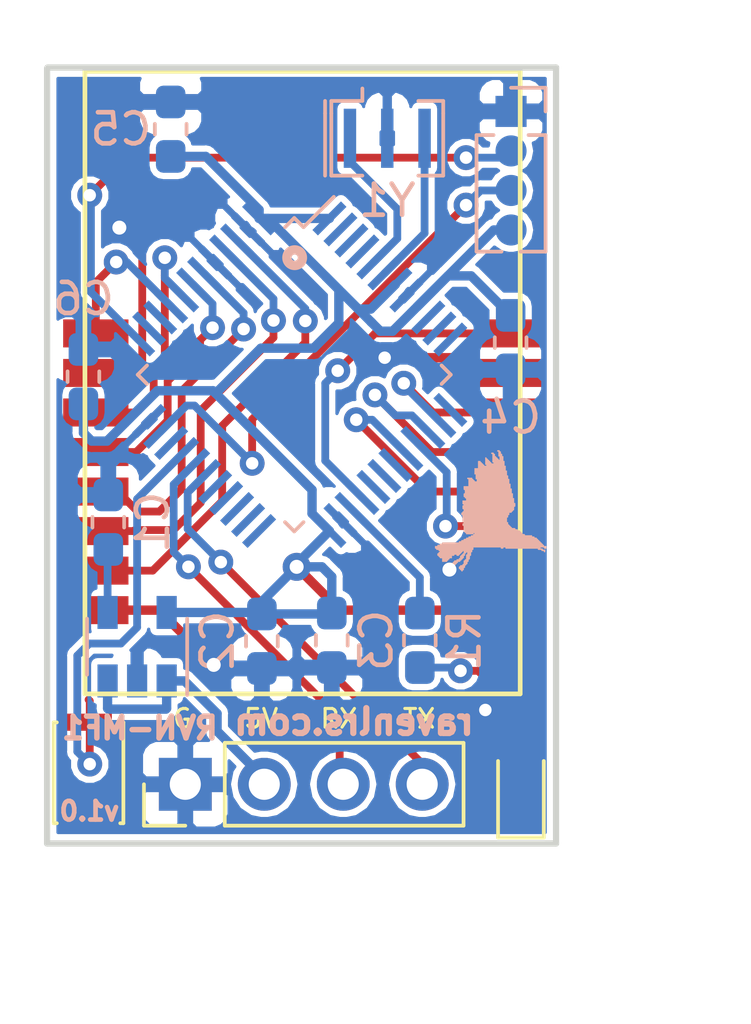
<source format=kicad_pcb>
(kicad_pcb (version 20171130) (host pcbnew "(5.0.1-3-g963ef8bb5)")

  (general
    (thickness 1.6)
    (drawings 12)
    (tracks 229)
    (zones 0)
    (modules 16)
    (nets 25)
  )

  (page A4)
  (layers
    (0 F.Cu signal)
    (31 B.Cu signal)
    (32 B.Adhes user)
    (33 F.Adhes user)
    (34 B.Paste user)
    (35 F.Paste user)
    (36 B.SilkS user)
    (37 F.SilkS user)
    (38 B.Mask user)
    (39 F.Mask user)
    (40 Dwgs.User user)
    (41 Cmts.User user)
    (42 Eco1.User user)
    (43 Eco2.User user)
    (44 Edge.Cuts user)
    (45 Margin user)
    (46 B.CrtYd user)
    (47 F.CrtYd user)
    (48 B.Fab user)
    (49 F.Fab user)
  )

  (setup
    (last_trace_width 0.25)
    (trace_clearance 0.2)
    (zone_clearance 0.2)
    (zone_45_only no)
    (trace_min 0.2)
    (segment_width 0.2)
    (edge_width 0.15)
    (via_size 0.8)
    (via_drill 0.4)
    (via_min_size 0.4)
    (via_min_drill 0.3)
    (uvia_size 0.3)
    (uvia_drill 0.1)
    (uvias_allowed no)
    (uvia_min_size 0.2)
    (uvia_min_drill 0.1)
    (pcb_text_width 0.3)
    (pcb_text_size 1.5 1.5)
    (mod_edge_width 0.15)
    (mod_text_size 1 1)
    (mod_text_width 0.15)
    (pad_size 1.524 1.524)
    (pad_drill 0.762)
    (pad_to_mask_clearance 0.2)
    (solder_mask_min_width 0.25)
    (aux_axis_origin 0 0)
    (visible_elements FFFFFF7F)
    (pcbplotparams
      (layerselection 0x010f0_ffffffff)
      (usegerberextensions true)
      (usegerberattributes false)
      (usegerberadvancedattributes false)
      (creategerberjobfile false)
      (excludeedgelayer true)
      (linewidth 0.100000)
      (plotframeref false)
      (viasonmask false)
      (mode 1)
      (useauxorigin true)
      (hpglpennumber 1)
      (hpglpenspeed 20)
      (hpglpendiameter 15.000000)
      (psnegative false)
      (psa4output false)
      (plotreference true)
      (plotvalue true)
      (plotinvisibletext false)
      (padsonsilk false)
      (subtractmaskfromsilk false)
      (outputformat 1)
      (mirror false)
      (drillshape 0)
      (scaleselection 1)
      (outputdirectory "gerbers/Raven_RX_MF1/"))
  )

  (net 0 "")
  (net 1 "Net-(C1-Pad1)")
  (net 2 GND)
  (net 3 +3V3)
  (net 4 VCC)
  (net 5 SWCLK)
  (net 6 SWDIO)
  (net 7 "Net-(U2-Pad5)")
  (net 8 "Net-(U2-Pad6)")
  (net 9 PA4=NSS)
  (net 10 PA5=SCK)
  (net 11 PA6=MISO)
  (net 12 PA7=MOSI)
  (net 13 PA9=TX)
  (net 14 PA10=RX)
  (net 15 "Net-(D1-Pad2)")
  (net 16 PB11=LED)
  (net 17 PB4=TX_EN)
  (net 18 PB5=NRESET)
  (net 19 PB6=BUSY)
  (net 20 PB7=DIO1)
  (net 21 PB8=DIO2)
  (net 22 PB9=DIO3)
  (net 23 PB10=RX_EN)
  (net 24 "Net-(SW1-Pad1)")

  (net_class Default "This is the default net class."
    (clearance 0.2)
    (trace_width 0.25)
    (via_dia 0.8)
    (via_drill 0.4)
    (uvia_dia 0.3)
    (uvia_drill 0.1)
    (add_net "Net-(C1-Pad1)")
    (add_net "Net-(D1-Pad2)")
    (add_net "Net-(SW1-Pad1)")
    (add_net "Net-(U2-Pad5)")
    (add_net "Net-(U2-Pad6)")
    (add_net PA10=RX)
    (add_net PA4=NSS)
    (add_net PA5=SCK)
    (add_net PA6=MISO)
    (add_net PA7=MOSI)
    (add_net PA9=TX)
    (add_net PB10=RX_EN)
    (add_net PB11=LED)
    (add_net PB4=TX_EN)
    (add_net PB5=NRESET)
    (add_net PB6=BUSY)
    (add_net PB7=DIO1)
    (add_net PB8=DIO2)
    (add_net PB9=DIO3)
    (add_net SWCLK)
    (add_net SWDIO)
  )

  (net_class Power ""
    (clearance 0.2)
    (trace_width 0.3)
    (via_dia 0.9)
    (via_drill 0.45)
    (uvia_dia 0.3)
    (uvia_drill 0.1)
    (add_net +3V3)
    (add_net GND)
    (add_net VCC)
  )

  (module Capacitor_SMD:C_0603_1608Metric_Pad1.05x0.95mm_HandSolder (layer B.Cu) (tedit 5BD7753E) (tstamp 5BD76B9F)
    (at 155.9941 89.8004 270)
    (descr "Capacitor SMD 0603 (1608 Metric), square (rectangular) end terminal, IPC_7351 nominal with elongated pad for handsoldering. (Body size source: http://www.tortai-tech.com/upload/download/2011102023233369053.pdf), generated with kicad-footprint-generator")
    (tags "capacitor handsolder")
    (path /5BD33564)
    (attr smd)
    (fp_text reference C4 (at 2.4 0) (layer B.SilkS)
      (effects (font (size 1 1) (thickness 0.15)) (justify mirror))
    )
    (fp_text value 100n (at 0 -1.43 270) (layer B.Fab)
      (effects (font (size 1 1) (thickness 0.15)) (justify mirror))
    )
    (fp_text user %R (at 0 0 270) (layer B.Fab)
      (effects (font (size 0.4 0.4) (thickness 0.06)) (justify mirror))
    )
    (fp_line (start 1.65 -0.73) (end -1.65 -0.73) (layer B.CrtYd) (width 0.05))
    (fp_line (start 1.65 0.73) (end 1.65 -0.73) (layer B.CrtYd) (width 0.05))
    (fp_line (start -1.65 0.73) (end 1.65 0.73) (layer B.CrtYd) (width 0.05))
    (fp_line (start -1.65 -0.73) (end -1.65 0.73) (layer B.CrtYd) (width 0.05))
    (fp_line (start -0.171267 -0.51) (end 0.171267 -0.51) (layer B.SilkS) (width 0.12))
    (fp_line (start -0.171267 0.51) (end 0.171267 0.51) (layer B.SilkS) (width 0.12))
    (fp_line (start 0.8 -0.4) (end -0.8 -0.4) (layer B.Fab) (width 0.1))
    (fp_line (start 0.8 0.4) (end 0.8 -0.4) (layer B.Fab) (width 0.1))
    (fp_line (start -0.8 0.4) (end 0.8 0.4) (layer B.Fab) (width 0.1))
    (fp_line (start -0.8 -0.4) (end -0.8 0.4) (layer B.Fab) (width 0.1))
    (pad 2 smd roundrect (at 0.875 0 270) (size 1.05 0.95) (layers B.Cu B.Paste B.Mask) (roundrect_rratio 0.25)
      (net 2 GND))
    (pad 1 smd roundrect (at -0.875 0 270) (size 1.05 0.95) (layers B.Cu B.Paste B.Mask) (roundrect_rratio 0.25)
      (net 3 +3V3))
    (model ${KISYS3DMOD}/Capacitor_SMD.3dshapes/C_0603_1608Metric.wrl
      (at (xyz 0 0 0))
      (scale (xyz 1 1 1))
      (rotate (xyz 0 0 0))
    )
  )

  (module Connector_PinHeader_2.54mm:PinHeader_1x04_P2.54mm_Vertical (layer F.Cu) (tedit 5BD773BC) (tstamp 5BEB97D4)
    (at 145.5293 103.9876 90)
    (descr "Through hole straight pin header, 1x04, 2.54mm pitch, single row")
    (tags "Through hole pin header THT 1x04 2.54mm single row")
    (path /5BD305CD)
    (fp_text reference J1 (at 0 -2.33 90) (layer F.SilkS) hide
      (effects (font (size 1 1) (thickness 0.15)))
    )
    (fp_text value Conn_01x04_Female (at 0 9.95 90) (layer F.Fab)
      (effects (font (size 1 1) (thickness 0.15)))
    )
    (fp_line (start -0.635 -1.27) (end 1.27 -1.27) (layer F.Fab) (width 0.1))
    (fp_line (start 1.27 -1.27) (end 1.27 8.89) (layer F.Fab) (width 0.1))
    (fp_line (start 1.27 8.89) (end -1.27 8.89) (layer F.Fab) (width 0.1))
    (fp_line (start -1.27 8.89) (end -1.27 -0.635) (layer F.Fab) (width 0.1))
    (fp_line (start -1.27 -0.635) (end -0.635 -1.27) (layer F.Fab) (width 0.1))
    (fp_line (start -1.33 8.95) (end 1.33 8.95) (layer F.SilkS) (width 0.12))
    (fp_line (start -1.33 1.27) (end -1.33 8.95) (layer F.SilkS) (width 0.12))
    (fp_line (start 1.33 1.27) (end 1.33 8.95) (layer F.SilkS) (width 0.12))
    (fp_line (start -1.33 1.27) (end 1.33 1.27) (layer F.SilkS) (width 0.12))
    (fp_line (start -1.33 0) (end -1.33 -1.33) (layer F.SilkS) (width 0.12))
    (fp_line (start -1.33 -1.33) (end 0 -1.33) (layer F.SilkS) (width 0.12))
    (fp_line (start -1.8 -1.8) (end -1.8 9.4) (layer F.CrtYd) (width 0.05))
    (fp_line (start -1.8 9.4) (end 1.8 9.4) (layer F.CrtYd) (width 0.05))
    (fp_line (start 1.8 9.4) (end 1.8 -1.8) (layer F.CrtYd) (width 0.05))
    (fp_line (start 1.8 -1.8) (end -1.8 -1.8) (layer F.CrtYd) (width 0.05))
    (fp_text user %R (at 0 3.81 180) (layer F.Fab)
      (effects (font (size 1 1) (thickness 0.15)))
    )
    (pad 1 thru_hole rect (at 0 0 90) (size 1.7 1.7) (drill 1) (layers *.Cu *.Mask)
      (net 2 GND))
    (pad 2 thru_hole oval (at 0 2.54 90) (size 1.7 1.7) (drill 1) (layers *.Cu *.Mask)
      (net 4 VCC))
    (pad 3 thru_hole oval (at 0 5.08 90) (size 1.7 1.7) (drill 1) (layers *.Cu *.Mask)
      (net 14 PA10=RX))
    (pad 4 thru_hole oval (at 0 7.62 90) (size 1.7 1.7) (drill 1) (layers *.Cu *.Mask)
      (net 13 PA9=TX))
    (model ${KISYS3DMOD}/Connector_PinHeader_2.54mm.3dshapes/PinHeader_1x04_P2.54mm_Vertical.wrl
      (at (xyz 0 0 0))
      (scale (xyz 1 1 1))
      (rotate (xyz 0 0 0))
    )
  )

  (module Package_TO_SOT_SMD:SOT-23-5 (layer B.Cu) (tedit 5BD83911) (tstamp 5BEB97E9)
    (at 143.9799 99.568 90)
    (descr "5-pin SOT23 package")
    (tags SOT-23-5)
    (path /5BD3046A)
    (attr smd)
    (fp_text reference U1 (at 0 2.9 90) (layer B.SilkS) hide
      (effects (font (size 1 1) (thickness 0.15)) (justify mirror))
    )
    (fp_text value MIC5219-3.3 (at 0 -2.9 90) (layer B.Fab)
      (effects (font (size 1 1) (thickness 0.15)) (justify mirror))
    )
    (fp_line (start 0.9 1.55) (end 0.9 -1.55) (layer B.Fab) (width 0.1))
    (fp_line (start 0.9 -1.55) (end -0.9 -1.55) (layer B.Fab) (width 0.1))
    (fp_line (start -0.9 0.9) (end -0.9 -1.55) (layer B.Fab) (width 0.1))
    (fp_line (start 0.9 1.55) (end -0.25 1.55) (layer B.Fab) (width 0.1))
    (fp_line (start -0.9 0.9) (end -0.25 1.55) (layer B.Fab) (width 0.1))
    (fp_line (start -1.9 -1.8) (end -1.9 1.8) (layer B.CrtYd) (width 0.05))
    (fp_line (start 1.9 -1.8) (end -1.9 -1.8) (layer B.CrtYd) (width 0.05))
    (fp_line (start 1.9 1.8) (end 1.9 -1.8) (layer B.CrtYd) (width 0.05))
    (fp_line (start -1.9 1.8) (end 1.9 1.8) (layer B.CrtYd) (width 0.05))
    (fp_line (start 0.9 1.61) (end -1.55 1.61) (layer B.SilkS) (width 0.12))
    (fp_line (start -0.9 -1.61) (end 0.9 -1.61) (layer B.SilkS) (width 0.12))
    (fp_text user %R (at 0 0) (layer B.Fab)
      (effects (font (size 0.5 0.5) (thickness 0.075)) (justify mirror))
    )
    (pad 5 smd rect (at 1.1 0.95 90) (size 1.06 0.65) (layers B.Cu B.Paste B.Mask)
      (net 3 +3V3))
    (pad 4 smd rect (at 1.1 -0.95 90) (size 1.06 0.65) (layers B.Cu B.Paste B.Mask)
      (net 1 "Net-(C1-Pad1)"))
    (pad 3 smd rect (at -1.1 -0.95 90) (size 1.06 0.65) (layers B.Cu B.Paste B.Mask)
      (net 4 VCC))
    (pad 2 smd rect (at -1.1 0 90) (size 1.06 0.65) (layers B.Cu B.Paste B.Mask)
      (net 2 GND))
    (pad 1 smd rect (at -1.1 0.95 90) (size 1.06 0.65) (layers B.Cu B.Paste B.Mask)
      (net 4 VCC))
    (model ${KISYS3DMOD}/Package_TO_SOT_SMD.3dshapes/SOT-23-5.wrl
      (at (xyz 0 0 0))
      (scale (xyz 1 1 1))
      (rotate (xyz 0 0 0))
    )
  )

  (module Package_QFP:LQFP-48_7x7mm_P0.5mm (layer B.Cu) (tedit 5BD774B3) (tstamp 5BEB9840)
    (at 149.0345 90.8304 225)
    (descr "48 LEAD LQFP 7x7mm (see MICREL LQFP7x7-48LD-PL-1.pdf)")
    (tags "QFP 0.5")
    (path /5BD35067)
    (attr smd)
    (fp_text reference U2 (at 0 6 225) (layer B.SilkS) hide
      (effects (font (size 1 1) (thickness 0.15)) (justify mirror))
    )
    (fp_text value STM32F103C8Tx (at 0 -6 225) (layer B.Fab)
      (effects (font (size 1 1) (thickness 0.15)) (justify mirror))
    )
    (fp_line (start 3.13 -3.75) (end 3.75 -3.75) (layer B.CrtYd) (width 0.05))
    (fp_line (start 3.75 -3.13) (end 3.75 -3.75) (layer B.CrtYd) (width 0.05))
    (fp_line (start 3.13 -5.25) (end 3.13 -3.75) (layer B.CrtYd) (width 0.05))
    (fp_text user %R (at 0 0 225) (layer B.Fab)
      (effects (font (size 1 1) (thickness 0.15)) (justify mirror))
    )
    (fp_line (start -2.5 3.5) (end 3.5 3.5) (layer B.Fab) (width 0.1))
    (fp_line (start 3.5 3.5) (end 3.5 -3.5) (layer B.Fab) (width 0.1))
    (fp_line (start 3.5 -3.5) (end -3.5 -3.5) (layer B.Fab) (width 0.1))
    (fp_line (start -3.5 -3.5) (end -3.5 2.5) (layer B.Fab) (width 0.1))
    (fp_line (start -3.5 2.5) (end -2.5 3.5) (layer B.Fab) (width 0.1))
    (fp_line (start -5.25 3.13) (end -5.25 -3.13) (layer B.CrtYd) (width 0.05))
    (fp_line (start 5.25 3.13) (end 5.25 -3.13) (layer B.CrtYd) (width 0.05))
    (fp_line (start -3.13 5.25) (end 3.13 5.25) (layer B.CrtYd) (width 0.05))
    (fp_line (start -3.13 -5.25) (end 3.13 -5.25) (layer B.CrtYd) (width 0.05))
    (fp_line (start 3.56 3.56) (end 3.56 3.14) (layer B.SilkS) (width 0.12))
    (fp_line (start 3.56 -3.56) (end 3.56 -3.14) (layer B.SilkS) (width 0.12))
    (fp_line (start -3.56 -3.56) (end -3.56 -3.14) (layer B.SilkS) (width 0.12))
    (fp_line (start -3.56 3.56) (end -3.14 3.56) (layer B.SilkS) (width 0.12))
    (fp_line (start 3.56 -3.56) (end 3.14 -3.56) (layer B.SilkS) (width 0.12))
    (fp_line (start 3.56 3.56) (end 3.14 3.56) (layer B.SilkS) (width 0.12))
    (fp_line (start -3.56 3.14) (end -4.94 3.14) (layer B.SilkS) (width 0.12))
    (fp_line (start -3.56 3.56) (end -3.56 3.14) (layer B.SilkS) (width 0.12))
    (fp_line (start -3.56 -3.56) (end -3.14 -3.56) (layer B.SilkS) (width 0.12))
    (fp_line (start 3.75 -3.13) (end 5.25 -3.13) (layer B.CrtYd) (width 0.05))
    (fp_line (start 3.75 3.13) (end 5.25 3.13) (layer B.CrtYd) (width 0.05))
    (fp_line (start 3.13 3.75) (end 3.13 5.25) (layer B.CrtYd) (width 0.05))
    (fp_line (start -3.13 3.75) (end -3.13 5.25) (layer B.CrtYd) (width 0.05))
    (fp_line (start -3.75 3.13) (end -5.25 3.13) (layer B.CrtYd) (width 0.05))
    (fp_line (start -3.75 -3.13) (end -5.25 -3.13) (layer B.CrtYd) (width 0.05))
    (fp_line (start -3.13 -3.75) (end -3.13 -5.25) (layer B.CrtYd) (width 0.05))
    (fp_line (start 3.13 3.75) (end 3.75 3.75) (layer B.CrtYd) (width 0.05))
    (fp_line (start 3.75 3.13) (end 3.75 3.75) (layer B.CrtYd) (width 0.05))
    (fp_line (start -3.75 -3.13) (end -3.75 -3.75) (layer B.CrtYd) (width 0.05))
    (fp_line (start -3.13 -3.75) (end -3.75 -3.75) (layer B.CrtYd) (width 0.05))
    (fp_line (start -3.75 3.13) (end -3.75 3.75) (layer B.CrtYd) (width 0.05))
    (fp_line (start -3.13 3.75) (end -3.75 3.75) (layer B.CrtYd) (width 0.05))
    (pad 1 smd rect (at -4.35 2.75 225) (size 1.3 0.25) (layers B.Cu B.Paste B.Mask)
      (net 3 +3V3))
    (pad 2 smd rect (at -4.35 2.25 225) (size 1.3 0.25) (layers B.Cu B.Paste B.Mask))
    (pad 3 smd rect (at -4.35 1.749999 225) (size 1.3 0.25) (layers B.Cu B.Paste B.Mask))
    (pad 4 smd rect (at -4.35 1.25 225) (size 1.3 0.25) (layers B.Cu B.Paste B.Mask))
    (pad 5 smd rect (at -4.35 0.750001 225) (size 1.3 0.25) (layers B.Cu B.Paste B.Mask)
      (net 7 "Net-(U2-Pad5)"))
    (pad 6 smd rect (at -4.35 0.25 225) (size 1.3 0.25) (layers B.Cu B.Paste B.Mask)
      (net 8 "Net-(U2-Pad6)"))
    (pad 7 smd rect (at -4.35 -0.25 225) (size 1.3 0.25) (layers B.Cu B.Paste B.Mask)
      (net 3 +3V3))
    (pad 8 smd rect (at -4.35 -0.750001 225) (size 1.3 0.25) (layers B.Cu B.Paste B.Mask)
      (net 2 GND))
    (pad 9 smd rect (at -4.35 -1.25 225) (size 1.3 0.25) (layers B.Cu B.Paste B.Mask)
      (net 3 +3V3))
    (pad 10 smd rect (at -4.35 -1.749999 225) (size 1.3 0.25) (layers B.Cu B.Paste B.Mask))
    (pad 11 smd rect (at -4.35 -2.25 225) (size 1.3 0.25) (layers B.Cu B.Paste B.Mask))
    (pad 12 smd rect (at -4.35 -2.75 225) (size 1.3 0.25) (layers B.Cu B.Paste B.Mask))
    (pad 13 smd rect (at -2.75 -4.35 135) (size 1.3 0.25) (layers B.Cu B.Paste B.Mask))
    (pad 14 smd rect (at -2.25 -4.35 135) (size 1.3 0.25) (layers B.Cu B.Paste B.Mask)
      (net 9 PA4=NSS))
    (pad 15 smd rect (at -1.749999 -4.35 135) (size 1.3 0.25) (layers B.Cu B.Paste B.Mask)
      (net 10 PA5=SCK))
    (pad 16 smd rect (at -1.25 -4.35 135) (size 1.3 0.25) (layers B.Cu B.Paste B.Mask)
      (net 11 PA6=MISO))
    (pad 17 smd rect (at -0.750001 -4.35 135) (size 1.3 0.25) (layers B.Cu B.Paste B.Mask)
      (net 12 PA7=MOSI))
    (pad 18 smd rect (at -0.25 -4.35 135) (size 1.3 0.25) (layers B.Cu B.Paste B.Mask))
    (pad 19 smd rect (at 0.25 -4.35 135) (size 1.3 0.25) (layers B.Cu B.Paste B.Mask))
    (pad 20 smd rect (at 0.750001 -4.35 135) (size 1.3 0.25) (layers B.Cu B.Paste B.Mask))
    (pad 21 smd rect (at 1.25 -4.35 135) (size 1.3 0.25) (layers B.Cu B.Paste B.Mask)
      (net 23 PB10=RX_EN))
    (pad 22 smd rect (at 1.749999 -4.35 135) (size 1.3 0.25) (layers B.Cu B.Paste B.Mask)
      (net 16 PB11=LED))
    (pad 23 smd rect (at 2.25 -4.35 135) (size 1.3 0.25) (layers B.Cu B.Paste B.Mask)
      (net 2 GND))
    (pad 24 smd rect (at 2.75 -4.35 135) (size 1.3 0.25) (layers B.Cu B.Paste B.Mask)
      (net 3 +3V3))
    (pad 25 smd rect (at 4.35 -2.75 225) (size 1.3 0.25) (layers B.Cu B.Paste B.Mask))
    (pad 26 smd rect (at 4.35 -2.25 225) (size 1.3 0.25) (layers B.Cu B.Paste B.Mask))
    (pad 27 smd rect (at 4.35 -1.749999 225) (size 1.3 0.25) (layers B.Cu B.Paste B.Mask))
    (pad 28 smd rect (at 4.35 -1.25 225) (size 1.3 0.25) (layers B.Cu B.Paste B.Mask))
    (pad 29 smd rect (at 4.35 -0.750001 225) (size 1.3 0.25) (layers B.Cu B.Paste B.Mask))
    (pad 30 smd rect (at 4.35 -0.25 225) (size 1.3 0.25) (layers B.Cu B.Paste B.Mask)
      (net 13 PA9=TX))
    (pad 31 smd rect (at 4.35 0.25 225) (size 1.3 0.25) (layers B.Cu B.Paste B.Mask)
      (net 14 PA10=RX))
    (pad 32 smd rect (at 4.35 0.750001 225) (size 1.3 0.25) (layers B.Cu B.Paste B.Mask)
      (net 24 "Net-(SW1-Pad1)"))
    (pad 33 smd rect (at 4.35 1.25 225) (size 1.3 0.25) (layers B.Cu B.Paste B.Mask))
    (pad 34 smd rect (at 4.35 1.749999 225) (size 1.3 0.25) (layers B.Cu B.Paste B.Mask)
      (net 6 SWDIO))
    (pad 35 smd rect (at 4.35 2.25 225) (size 1.3 0.25) (layers B.Cu B.Paste B.Mask)
      (net 2 GND))
    (pad 36 smd rect (at 4.35 2.75 225) (size 1.3 0.25) (layers B.Cu B.Paste B.Mask)
      (net 3 +3V3))
    (pad 37 smd rect (at 2.75 4.35 135) (size 1.3 0.25) (layers B.Cu B.Paste B.Mask)
      (net 5 SWCLK))
    (pad 38 smd rect (at 2.25 4.35 135) (size 1.3 0.25) (layers B.Cu B.Paste B.Mask))
    (pad 39 smd rect (at 1.749999 4.35 135) (size 1.3 0.25) (layers B.Cu B.Paste B.Mask))
    (pad 40 smd rect (at 1.25 4.35 135) (size 1.3 0.25) (layers B.Cu B.Paste B.Mask)
      (net 17 PB4=TX_EN))
    (pad 41 smd rect (at 0.750001 4.35 135) (size 1.3 0.25) (layers B.Cu B.Paste B.Mask)
      (net 18 PB5=NRESET))
    (pad 42 smd rect (at 0.25 4.35 135) (size 1.3 0.25) (layers B.Cu B.Paste B.Mask)
      (net 19 PB6=BUSY))
    (pad 43 smd rect (at -0.25 4.35 135) (size 1.3 0.25) (layers B.Cu B.Paste B.Mask)
      (net 20 PB7=DIO1))
    (pad 44 smd rect (at -0.750001 4.35 135) (size 1.3 0.25) (layers B.Cu B.Paste B.Mask)
      (net 2 GND))
    (pad 45 smd rect (at -1.25 4.35 135) (size 1.3 0.25) (layers B.Cu B.Paste B.Mask)
      (net 21 PB8=DIO2))
    (pad 46 smd rect (at -1.749999 4.35 135) (size 1.3 0.25) (layers B.Cu B.Paste B.Mask)
      (net 22 PB9=DIO3))
    (pad 47 smd rect (at -2.25 4.35 135) (size 1.3 0.25) (layers B.Cu B.Paste B.Mask)
      (net 2 GND))
    (pad 48 smd rect (at -2.75 4.35 135) (size 1.3 0.25) (layers B.Cu B.Paste B.Mask)
      (net 3 +3V3))
    (model ${KISYS3DMOD}/Package_QFP.3dshapes/LQFP-48_7x7mm_P0.5mm.wrl
      (at (xyz 0 0 0))
      (scale (xyz 1 1 1))
      (rotate (xyz 0 0 0))
    )
  )

  (module Raven:E28-2G4M20S (layer F.Cu) (tedit 5BD773B7) (tstamp 5BEB9858)
    (at 149.3012 91.0844 180)
    (path /5BD30815)
    (fp_text reference U3 (at -0.00762 -11.68908 180) (layer F.SilkS) hide
      (effects (font (size 1 1) (thickness 0.15)))
    )
    (fp_text value E28-2G4M20S (at -0.00762 11.4427 180) (layer F.Fab)
      (effects (font (size 1 1) (thickness 0.15)))
    )
    (fp_line (start -7 -10) (end 7 -10) (layer F.SilkS) (width 0.15))
    (fp_line (start -7 10) (end 7 10) (layer F.SilkS) (width 0.15))
    (fp_line (start -7 -10) (end -7 10) (layer F.SilkS) (width 0.15))
    (fp_line (start 7 -10) (end 7 10) (layer F.SilkS) (width 0.15))
    (pad 16 smd rect (at 6.65 -7.31 180) (size 2.1 0.9) (layers F.Cu F.Paste F.Mask)
      (net 2 GND))
    (pad 15 smd rect (at 6.65 -6.04 180) (size 2.1 0.9) (layers F.Cu F.Paste F.Mask)
      (net 22 PB9=DIO3))
    (pad 14 smd rect (at 6.65 -4.77 180) (size 2.1 0.9) (layers F.Cu F.Paste F.Mask)
      (net 21 PB8=DIO2))
    (pad 13 smd rect (at 6.65 -3.5 180) (size 2.1 0.9) (layers F.Cu F.Paste F.Mask)
      (net 20 PB7=DIO1))
    (pad 12 smd rect (at 6.65 -2.23 180) (size 2.1 0.9) (layers F.Cu F.Paste F.Mask)
      (net 19 PB6=BUSY))
    (pad 11 smd rect (at 6.65 -0.96 180) (size 2.1 0.9) (layers F.Cu F.Paste F.Mask)
      (net 18 PB5=NRESET))
    (pad 10 smd rect (at 6.65 0.31 180) (size 2.1 0.9) (layers F.Cu F.Paste F.Mask)
      (net 2 GND))
    (pad 9 smd rect (at 6.65 1.58 180) (size 2.1 0.9) (layers F.Cu F.Paste F.Mask)
      (net 17 PB4=TX_EN))
    (pad 8 smd rect (at -6.65 1.58 180) (size 2.1 0.9) (layers F.Cu F.Paste F.Mask)
      (net 23 PB10=RX_EN))
    (pad 1 smd rect (at -6.65 -7.31 180) (size 2.1 0.9) (layers F.Cu F.Paste F.Mask)
      (net 3 +3V3))
    (pad 2 smd rect (at -6.65 -6.04 180) (size 2.1 0.9) (layers F.Cu F.Paste F.Mask)
      (net 2 GND))
    (pad 5 smd rect (at -6.65 -2.23 180) (size 2.1 0.9) (layers F.Cu F.Paste F.Mask)
      (net 10 PA5=SCK))
    (pad 6 smd rect (at -6.65 -0.96 180) (size 2.1 0.9) (layers F.Cu F.Paste F.Mask)
      (net 9 PA4=NSS))
    (pad 7 smd rect (at -6.65 0.31 180) (size 2.1 0.9) (layers F.Cu F.Paste F.Mask)
      (net 2 GND))
    (pad 4 smd rect (at -6.65 -3.5 180) (size 2.1 0.9) (layers F.Cu F.Paste F.Mask)
      (net 12 PA7=MOSI))
    (pad 3 smd rect (at -6.65 -4.77 180) (size 2.1 0.9) (layers F.Cu F.Paste F.Mask)
      (net 11 PA6=MISO))
  )

  (module Capacitor_SMD:C_0603_1608Metric_Pad1.05x0.95mm_HandSolder (layer B.Cu) (tedit 5B301BBE) (tstamp 5BF7D97D)
    (at 143.0528 95.5688 90)
    (descr "Capacitor SMD 0603 (1608 Metric), square (rectangular) end terminal, IPC_7351 nominal with elongated pad for handsoldering. (Body size source: http://www.tortai-tech.com/upload/download/2011102023233369053.pdf), generated with kicad-footprint-generator")
    (tags "capacitor handsolder")
    (path /5BD31CB8)
    (attr smd)
    (fp_text reference C1 (at 0 1.43 90) (layer B.SilkS)
      (effects (font (size 1 1) (thickness 0.15)) (justify mirror))
    )
    (fp_text value 470p (at 0 -1.43 90) (layer B.Fab)
      (effects (font (size 1 1) (thickness 0.15)) (justify mirror))
    )
    (fp_line (start -0.8 -0.4) (end -0.8 0.4) (layer B.Fab) (width 0.1))
    (fp_line (start -0.8 0.4) (end 0.8 0.4) (layer B.Fab) (width 0.1))
    (fp_line (start 0.8 0.4) (end 0.8 -0.4) (layer B.Fab) (width 0.1))
    (fp_line (start 0.8 -0.4) (end -0.8 -0.4) (layer B.Fab) (width 0.1))
    (fp_line (start -0.171267 0.51) (end 0.171267 0.51) (layer B.SilkS) (width 0.12))
    (fp_line (start -0.171267 -0.51) (end 0.171267 -0.51) (layer B.SilkS) (width 0.12))
    (fp_line (start -1.65 -0.73) (end -1.65 0.73) (layer B.CrtYd) (width 0.05))
    (fp_line (start -1.65 0.73) (end 1.65 0.73) (layer B.CrtYd) (width 0.05))
    (fp_line (start 1.65 0.73) (end 1.65 -0.73) (layer B.CrtYd) (width 0.05))
    (fp_line (start 1.65 -0.73) (end -1.65 -0.73) (layer B.CrtYd) (width 0.05))
    (fp_text user %R (at 0 0 90) (layer B.Fab)
      (effects (font (size 0.4 0.4) (thickness 0.06)) (justify mirror))
    )
    (pad 1 smd roundrect (at -0.875 0 90) (size 1.05 0.95) (layers B.Cu B.Paste B.Mask) (roundrect_rratio 0.25)
      (net 1 "Net-(C1-Pad1)"))
    (pad 2 smd roundrect (at 0.875 0 90) (size 1.05 0.95) (layers B.Cu B.Paste B.Mask) (roundrect_rratio 0.25)
      (net 2 GND))
    (model ${KISYS3DMOD}/Capacitor_SMD.3dshapes/C_0603_1608Metric.wrl
      (at (xyz 0 0 0))
      (scale (xyz 1 1 1))
      (rotate (xyz 0 0 0))
    )
  )

  (module Capacitor_SMD:C_0603_1608Metric_Pad1.05x0.95mm_HandSolder (layer B.Cu) (tedit 5BD83929) (tstamp 5BD764F6)
    (at 147.9931 99.3915 270)
    (descr "Capacitor SMD 0603 (1608 Metric), square (rectangular) end terminal, IPC_7351 nominal with elongated pad for handsoldering. (Body size source: http://www.tortai-tech.com/upload/download/2011102023233369053.pdf), generated with kicad-footprint-generator")
    (tags "capacitor handsolder")
    (path /5BD3203B)
    (attr smd)
    (fp_text reference C2 (at 0 1.43 270) (layer B.SilkS)
      (effects (font (size 1 1) (thickness 0.15)) (justify mirror))
    )
    (fp_text value 2.2u (at 0 -1.43 270) (layer B.Fab)
      (effects (font (size 1 1) (thickness 0.15)) (justify mirror))
    )
    (fp_text user %R (at 0 0 270) (layer B.Fab)
      (effects (font (size 0.4 0.4) (thickness 0.06)) (justify mirror))
    )
    (fp_line (start 1.65 -0.73) (end -1.65 -0.73) (layer B.CrtYd) (width 0.05))
    (fp_line (start 1.65 0.73) (end 1.65 -0.73) (layer B.CrtYd) (width 0.05))
    (fp_line (start -1.65 0.73) (end 1.65 0.73) (layer B.CrtYd) (width 0.05))
    (fp_line (start -1.65 -0.73) (end -1.65 0.73) (layer B.CrtYd) (width 0.05))
    (fp_line (start -0.171267 -0.51) (end 0.171267 -0.51) (layer B.SilkS) (width 0.12))
    (fp_line (start -0.171267 0.51) (end 0.171267 0.51) (layer B.SilkS) (width 0.12))
    (fp_line (start 0.8 -0.4) (end -0.8 -0.4) (layer B.Fab) (width 0.1))
    (fp_line (start 0.8 0.4) (end 0.8 -0.4) (layer B.Fab) (width 0.1))
    (fp_line (start -0.8 0.4) (end 0.8 0.4) (layer B.Fab) (width 0.1))
    (fp_line (start -0.8 -0.4) (end -0.8 0.4) (layer B.Fab) (width 0.1))
    (pad 2 smd roundrect (at 0.875 0 270) (size 1.05 0.95) (layers B.Cu B.Paste B.Mask) (roundrect_rratio 0.25)
      (net 2 GND))
    (pad 1 smd roundrect (at -0.875 0 270) (size 1.05 0.95) (layers B.Cu B.Paste B.Mask) (roundrect_rratio 0.25)
      (net 3 +3V3))
    (model ${KISYS3DMOD}/Capacitor_SMD.3dshapes/C_0603_1608Metric.wrl
      (at (xyz 0 0 0))
      (scale (xyz 1 1 1))
      (rotate (xyz 0 0 0))
    )
  )

  (module Capacitor_SMD:C_0603_1608Metric_Pad1.05x0.95mm_HandSolder (layer B.Cu) (tedit 5BD77555) (tstamp 5BEBC9B6)
    (at 150.241 99.3635 270)
    (descr "Capacitor SMD 0603 (1608 Metric), square (rectangular) end terminal, IPC_7351 nominal with elongated pad for handsoldering. (Body size source: http://www.tortai-tech.com/upload/download/2011102023233369053.pdf), generated with kicad-footprint-generator")
    (tags "capacitor handsolder")
    (path /5BD33537)
    (attr smd)
    (fp_text reference C3 (at 0 -1.43 270) (layer B.SilkS)
      (effects (font (size 1 1) (thickness 0.15)) (justify mirror))
    )
    (fp_text value 100n (at 0 -1.43 270) (layer B.Fab)
      (effects (font (size 1 1) (thickness 0.15)) (justify mirror))
    )
    (fp_line (start -0.8 -0.4) (end -0.8 0.4) (layer B.Fab) (width 0.1))
    (fp_line (start -0.8 0.4) (end 0.8 0.4) (layer B.Fab) (width 0.1))
    (fp_line (start 0.8 0.4) (end 0.8 -0.4) (layer B.Fab) (width 0.1))
    (fp_line (start 0.8 -0.4) (end -0.8 -0.4) (layer B.Fab) (width 0.1))
    (fp_line (start -0.171267 0.51) (end 0.171267 0.51) (layer B.SilkS) (width 0.12))
    (fp_line (start -0.171267 -0.51) (end 0.171267 -0.51) (layer B.SilkS) (width 0.12))
    (fp_line (start -1.65 -0.73) (end -1.65 0.73) (layer B.CrtYd) (width 0.05))
    (fp_line (start -1.65 0.73) (end 1.65 0.73) (layer B.CrtYd) (width 0.05))
    (fp_line (start 1.65 0.73) (end 1.65 -0.73) (layer B.CrtYd) (width 0.05))
    (fp_line (start 1.65 -0.73) (end -1.65 -0.73) (layer B.CrtYd) (width 0.05))
    (fp_text user %R (at 0 0 270) (layer B.Fab)
      (effects (font (size 0.4 0.4) (thickness 0.06)) (justify mirror))
    )
    (pad 1 smd roundrect (at -0.875 0 270) (size 1.05 0.95) (layers B.Cu B.Paste B.Mask) (roundrect_rratio 0.25)
      (net 3 +3V3))
    (pad 2 smd roundrect (at 0.875 0 270) (size 1.05 0.95) (layers B.Cu B.Paste B.Mask) (roundrect_rratio 0.25)
      (net 2 GND))
    (model ${KISYS3DMOD}/Capacitor_SMD.3dshapes/C_0603_1608Metric.wrl
      (at (xyz 0 0 0))
      (scale (xyz 1 1 1))
      (rotate (xyz 0 0 0))
    )
  )

  (module Capacitor_SMD:C_0603_1608Metric_Pad1.05x0.95mm_HandSolder (layer B.Cu) (tedit 5BD774F1) (tstamp 5BD762AA)
    (at 145.0594 82.9437 90)
    (descr "Capacitor SMD 0603 (1608 Metric), square (rectangular) end terminal, IPC_7351 nominal with elongated pad for handsoldering. (Body size source: http://www.tortai-tech.com/upload/download/2011102023233369053.pdf), generated with kicad-footprint-generator")
    (tags "capacitor handsolder")
    (path /5BD3358C)
    (attr smd)
    (fp_text reference C5 (at 0 -1.6 180) (layer B.SilkS)
      (effects (font (size 1 1) (thickness 0.15)) (justify mirror))
    )
    (fp_text value 100n (at 0 -1.43 90) (layer B.Fab)
      (effects (font (size 1 1) (thickness 0.15)) (justify mirror))
    )
    (fp_line (start -0.8 -0.4) (end -0.8 0.4) (layer B.Fab) (width 0.1))
    (fp_line (start -0.8 0.4) (end 0.8 0.4) (layer B.Fab) (width 0.1))
    (fp_line (start 0.8 0.4) (end 0.8 -0.4) (layer B.Fab) (width 0.1))
    (fp_line (start 0.8 -0.4) (end -0.8 -0.4) (layer B.Fab) (width 0.1))
    (fp_line (start -0.171267 0.51) (end 0.171267 0.51) (layer B.SilkS) (width 0.12))
    (fp_line (start -0.171267 -0.51) (end 0.171267 -0.51) (layer B.SilkS) (width 0.12))
    (fp_line (start -1.65 -0.73) (end -1.65 0.73) (layer B.CrtYd) (width 0.05))
    (fp_line (start -1.65 0.73) (end 1.65 0.73) (layer B.CrtYd) (width 0.05))
    (fp_line (start 1.65 0.73) (end 1.65 -0.73) (layer B.CrtYd) (width 0.05))
    (fp_line (start 1.65 -0.73) (end -1.65 -0.73) (layer B.CrtYd) (width 0.05))
    (fp_text user %R (at 0 0 90) (layer B.Fab)
      (effects (font (size 0.4 0.4) (thickness 0.06)) (justify mirror))
    )
    (pad 1 smd roundrect (at -0.875 0 90) (size 1.05 0.95) (layers B.Cu B.Paste B.Mask) (roundrect_rratio 0.25)
      (net 3 +3V3))
    (pad 2 smd roundrect (at 0.875 0 90) (size 1.05 0.95) (layers B.Cu B.Paste B.Mask) (roundrect_rratio 0.25)
      (net 2 GND))
    (model ${KISYS3DMOD}/Capacitor_SMD.3dshapes/C_0603_1608Metric.wrl
      (at (xyz 0 0 0))
      (scale (xyz 1 1 1))
      (rotate (xyz 0 0 0))
    )
  )

  (module Capacitor_SMD:C_0603_1608Metric_Pad1.05x0.95mm_HandSolder (layer B.Cu) (tedit 5BD85668) (tstamp 5BD76D52)
    (at 142.2527 90.8939 90)
    (descr "Capacitor SMD 0603 (1608 Metric), square (rectangular) end terminal, IPC_7351 nominal with elongated pad for handsoldering. (Body size source: http://www.tortai-tech.com/upload/download/2011102023233369053.pdf), generated with kicad-footprint-generator")
    (tags "capacitor handsolder")
    (path /5BD335B4)
    (attr smd)
    (fp_text reference C6 (at 2.5 0 180) (layer B.SilkS)
      (effects (font (size 1 1) (thickness 0.15)) (justify mirror))
    )
    (fp_text value 100n (at 0 -1.43 90) (layer B.Fab)
      (effects (font (size 1 1) (thickness 0.15)) (justify mirror))
    )
    (fp_text user %R (at 0 0 90) (layer B.Fab)
      (effects (font (size 0.4 0.4) (thickness 0.06)) (justify mirror))
    )
    (fp_line (start 1.65 -0.73) (end -1.65 -0.73) (layer B.CrtYd) (width 0.05))
    (fp_line (start 1.65 0.73) (end 1.65 -0.73) (layer B.CrtYd) (width 0.05))
    (fp_line (start -1.65 0.73) (end 1.65 0.73) (layer B.CrtYd) (width 0.05))
    (fp_line (start -1.65 -0.73) (end -1.65 0.73) (layer B.CrtYd) (width 0.05))
    (fp_line (start -0.171267 -0.51) (end 0.171267 -0.51) (layer B.SilkS) (width 0.12))
    (fp_line (start -0.171267 0.51) (end 0.171267 0.51) (layer B.SilkS) (width 0.12))
    (fp_line (start 0.8 -0.4) (end -0.8 -0.4) (layer B.Fab) (width 0.1))
    (fp_line (start 0.8 0.4) (end 0.8 -0.4) (layer B.Fab) (width 0.1))
    (fp_line (start -0.8 0.4) (end 0.8 0.4) (layer B.Fab) (width 0.1))
    (fp_line (start -0.8 -0.4) (end -0.8 0.4) (layer B.Fab) (width 0.1))
    (pad 2 smd roundrect (at 0.875 0 90) (size 1.05 0.95) (layers B.Cu B.Paste B.Mask) (roundrect_rratio 0.25)
      (net 2 GND))
    (pad 1 smd roundrect (at -0.875 0 90) (size 1.05 0.95) (layers B.Cu B.Paste B.Mask) (roundrect_rratio 0.25)
      (net 3 +3V3))
    (model ${KISYS3DMOD}/Capacitor_SMD.3dshapes/C_0603_1608Metric.wrl
      (at (xyz 0 0 0))
      (scale (xyz 1 1 1))
      (rotate (xyz 0 0 0))
    )
  )

  (module Crystal:Resonator_SMD_muRata_CSTxExxV-3Pin_3.0x1.1mm (layer B.Cu) (tedit 5AD358ED) (tstamp 5BEBC76D)
    (at 152.0255 83.2358)
    (descr "SMD Resomator/Filter Murata CSTCE, https://www.murata.com/en-eu/products/productdata/8801162264606/SPEC-CSTNE16M0VH3C000R0.pdf")
    (tags "SMD SMT ceramic resonator filter")
    (path /5BD34660)
    (attr smd)
    (fp_text reference Y1 (at 0 2) (layer B.SilkS)
      (effects (font (size 1 1) (thickness 0.15)) (justify mirror))
    )
    (fp_text value 8Mhz (at 0 -1.8) (layer B.Fab)
      (effects (font (size 0.2 0.2) (thickness 0.03)) (justify mirror))
    )
    (fp_text user %R (at 0.1 0.05) (layer B.Fab)
      (effects (font (size 0.6 0.6) (thickness 0.08)) (justify mirror))
    )
    (fp_line (start 1.8 -1.2) (end 1 -1.2) (layer B.SilkS) (width 0.12))
    (fp_line (start 1.8 1.2) (end 1.8 -0.8) (layer B.SilkS) (width 0.12))
    (fp_line (start 1 1.2) (end 1.8 1.2) (layer B.SilkS) (width 0.12))
    (fp_line (start -1.8 1.2) (end -0.8 1.2) (layer B.SilkS) (width 0.12))
    (fp_line (start -1.8 -0.8) (end -1.8 1.2) (layer B.SilkS) (width 0.12))
    (fp_line (start -0.8 -1.2) (end -1.8 -1.2) (layer B.SilkS) (width 0.12))
    (fp_line (start -0.8 -1.2) (end -0.8 -1.6) (layer B.SilkS) (width 0.12))
    (fp_line (start -2 1.2) (end -2 -0.8) (layer B.SilkS) (width 0.12))
    (fp_line (start 1.8 -0.8) (end 1.8 -1.2) (layer B.SilkS) (width 0.12))
    (fp_line (start -1.8 -0.8) (end -1.8 -1.2) (layer B.SilkS) (width 0.12))
    (fp_line (start -2 -0.8) (end -2 -1.2) (layer B.SilkS) (width 0.12))
    (fp_line (start 1.5 -0.8) (end 1.5 0.8) (layer B.Fab) (width 0.1))
    (fp_line (start 1.5 0.8) (end -1.5 0.8) (layer B.Fab) (width 0.1))
    (fp_line (start -1 -0.8) (end -1.5 -0.3) (layer B.Fab) (width 0.1))
    (fp_line (start -1 -0.8) (end 1.5 -0.8) (layer B.Fab) (width 0.1))
    (fp_line (start -1.5 -0.3) (end -1.5 0.8) (layer B.Fab) (width 0.1))
    (fp_line (start 1.75 -1.2) (end -1.75 -1.2) (layer B.CrtYd) (width 0.05))
    (fp_line (start -1.75 1.2) (end 1.75 1.2) (layer B.CrtYd) (width 0.05))
    (fp_line (start 1.75 1.2) (end 1.75 -1.2) (layer B.CrtYd) (width 0.05))
    (fp_line (start -1.75 -1.2) (end -1.75 1.2) (layer B.CrtYd) (width 0.05))
    (pad 1 smd rect (at -1.2 0) (size 0.4 1.9) (layers B.Cu B.Paste B.Mask)
      (net 7 "Net-(U2-Pad5)"))
    (pad 2 smd rect (at 0 0) (size 0.4 1.9) (layers B.Cu B.Paste B.Mask)
      (net 2 GND))
    (pad 3 smd rect (at 1.2 0) (size 0.4 1.9) (layers B.Cu B.Paste B.Mask)
      (net 8 "Net-(U2-Pad6)"))
    (model ${KISYS3DMOD}/Crystal.3dshapes/Resonator_SMD_muRata_CSTxExxV-3Pin_3.0x1.1mm.wrl
      (at (xyz 0 0 0))
      (scale (xyz 1 1 1))
      (rotate (xyz 0 0 0))
    )
  )

  (module Raven:PadHeader_1x04_P1.27mm (layer B.Cu) (tedit 5BD7737D) (tstamp 5BE4D9DD)
    (at 156.0068 82.3722 180)
    (descr "Through hole straight pin header, 1x04, 1.27mm pitch, single row")
    (tags "Through hole pin header THT 1x04 1.27mm single row")
    (path /5BD30EFA)
    (fp_text reference J2 (at 0 1.695 180) (layer B.SilkS) hide
      (effects (font (size 1 1) (thickness 0.15)) (justify mirror))
    )
    (fp_text value Conn_01x04_Female (at 0 -5.505 180) (layer B.Fab)
      (effects (font (size 1 1) (thickness 0.15)) (justify mirror))
    )
    (fp_line (start -0.525 0.635) (end 1.05 0.635) (layer B.Fab) (width 0.1))
    (fp_line (start 1.05 0.635) (end 1.05 -4.445) (layer B.Fab) (width 0.1))
    (fp_line (start 1.05 -4.445) (end -1.05 -4.445) (layer B.Fab) (width 0.1))
    (fp_line (start -1.05 -4.445) (end -1.05 0.11) (layer B.Fab) (width 0.1))
    (fp_line (start -1.05 0.11) (end -0.525 0.635) (layer B.Fab) (width 0.1))
    (fp_line (start -1.11 -4.505) (end -0.30753 -4.505) (layer B.SilkS) (width 0.12))
    (fp_line (start 0.30753 -4.505) (end 1.11 -4.505) (layer B.SilkS) (width 0.12))
    (fp_line (start -1.11 -0.76) (end -1.11 -4.505) (layer B.SilkS) (width 0.12))
    (fp_line (start 1.11 -0.76) (end 1.11 -4.505) (layer B.SilkS) (width 0.12))
    (fp_line (start -1.11 -0.76) (end -0.563471 -0.76) (layer B.SilkS) (width 0.12))
    (fp_line (start 0.563471 -0.76) (end 1.11 -0.76) (layer B.SilkS) (width 0.12))
    (fp_line (start -1.11 0) (end -1.11 0.76) (layer B.SilkS) (width 0.12))
    (fp_line (start -1.11 0.76) (end 0 0.76) (layer B.SilkS) (width 0.12))
    (fp_line (start -1.55 1.15) (end -1.55 -4.95) (layer B.CrtYd) (width 0.05))
    (fp_line (start -1.55 -4.95) (end 1.55 -4.95) (layer B.CrtYd) (width 0.05))
    (fp_line (start 1.55 -4.95) (end 1.55 1.15) (layer B.CrtYd) (width 0.05))
    (fp_line (start 1.55 1.15) (end -1.55 1.15) (layer B.CrtYd) (width 0.05))
    (fp_text user %R (at 0 -1.905 90) (layer B.Fab)
      (effects (font (size 1 1) (thickness 0.15)) (justify mirror))
    )
    (pad 1 smd rect (at 0 0 180) (size 1 1) (layers B.Cu B.Paste B.Mask)
      (net 2 GND))
    (pad 2 smd oval (at 0 -1.27 180) (size 1 1) (layers B.Cu B.Paste B.Mask)
      (net 5 SWCLK))
    (pad 3 smd oval (at 0 -2.54 180) (size 1 1) (layers B.Cu B.Paste B.Mask)
      (net 6 SWDIO))
    (pad 4 smd oval (at 0 -3.81 180) (size 1 1) (layers B.Cu B.Paste B.Mask)
      (net 3 +3V3))
    (model ${KISYS3DMOD}/Connector_PinHeader_1.27mm.3dshapes/PinHeader_1x04_P1.27mm_Vertical.wrl
      (at (xyz 0 0 0))
      (scale (xyz 1 1 1))
      (rotate (xyz 0 0 0))
    )
  )

  (module LED_SMD:LED_0603_1608Metric_Pad1.05x0.95mm_HandSolder (layer F.Cu) (tedit 5BD773A7) (tstamp 5BE4BDE8)
    (at 156.3243 104.0397 90)
    (descr "LED SMD 0603 (1608 Metric), square (rectangular) end terminal, IPC_7351 nominal, (Body size source: http://www.tortai-tech.com/upload/download/2011102023233369053.pdf), generated with kicad-footprint-generator")
    (tags "LED handsolder")
    (path /5BD3EF1B)
    (attr smd)
    (fp_text reference D1 (at 0 1.45 90) (layer F.SilkS) hide
      (effects (font (size 1 1) (thickness 0.15)))
    )
    (fp_text value LED (at 0 1.43 90) (layer F.Fab)
      (effects (font (size 1 1) (thickness 0.15)))
    )
    (fp_line (start 0.8 -0.4) (end -0.5 -0.4) (layer F.Fab) (width 0.1))
    (fp_line (start -0.5 -0.4) (end -0.8 -0.1) (layer F.Fab) (width 0.1))
    (fp_line (start -0.8 -0.1) (end -0.8 0.4) (layer F.Fab) (width 0.1))
    (fp_line (start -0.8 0.4) (end 0.8 0.4) (layer F.Fab) (width 0.1))
    (fp_line (start 0.8 0.4) (end 0.8 -0.4) (layer F.Fab) (width 0.1))
    (fp_line (start 0.8 -0.735) (end -1.66 -0.735) (layer F.SilkS) (width 0.12))
    (fp_line (start -1.66 -0.735) (end -1.66 0.735) (layer F.SilkS) (width 0.12))
    (fp_line (start -1.66 0.735) (end 0.8 0.735) (layer F.SilkS) (width 0.12))
    (fp_line (start -1.65 0.73) (end -1.65 -0.73) (layer F.CrtYd) (width 0.05))
    (fp_line (start -1.65 -0.73) (end 1.65 -0.73) (layer F.CrtYd) (width 0.05))
    (fp_line (start 1.65 -0.73) (end 1.65 0.73) (layer F.CrtYd) (width 0.05))
    (fp_line (start 1.65 0.73) (end -1.65 0.73) (layer F.CrtYd) (width 0.05))
    (fp_text user %R (at 0 0 90) (layer F.Fab)
      (effects (font (size 0.4 0.4) (thickness 0.06)))
    )
    (pad 1 smd roundrect (at -0.875 0 90) (size 1.05 0.95) (layers F.Cu F.Paste F.Mask) (roundrect_rratio 0.25)
      (net 2 GND))
    (pad 2 smd roundrect (at 0.875 0 90) (size 1.05 0.95) (layers F.Cu F.Paste F.Mask) (roundrect_rratio 0.25)
      (net 15 "Net-(D1-Pad2)"))
    (model ${KISYS3DMOD}/LED_SMD.3dshapes/LED_0603_1608Metric.wrl
      (at (xyz 0 0 0))
      (scale (xyz 1 1 1))
      (rotate (xyz 0 0 0))
    )
  )

  (module Resistor_SMD:R_0603_1608Metric_Pad1.05x0.95mm_HandSolder (layer B.Cu) (tedit 5BD85626) (tstamp 5BF7E0DF)
    (at 153.0731 99.3635 270)
    (descr "Resistor SMD 0603 (1608 Metric), square (rectangular) end terminal, IPC_7351 nominal with elongated pad for handsoldering. (Body size source: http://www.tortai-tech.com/upload/download/2011102023233369053.pdf), generated with kicad-footprint-generator")
    (tags "resistor handsolder")
    (path /5BD3F0A8)
    (attr smd)
    (fp_text reference R1 (at 0 -1.43 270) (layer B.SilkS)
      (effects (font (size 1 1) (thickness 0.15)) (justify mirror))
    )
    (fp_text value R (at 0 -1.43 270) (layer B.Fab)
      (effects (font (size 1 1) (thickness 0.15)) (justify mirror))
    )
    (fp_line (start -0.8 -0.4) (end -0.8 0.4) (layer B.Fab) (width 0.1))
    (fp_line (start -0.8 0.4) (end 0.8 0.4) (layer B.Fab) (width 0.1))
    (fp_line (start 0.8 0.4) (end 0.8 -0.4) (layer B.Fab) (width 0.1))
    (fp_line (start 0.8 -0.4) (end -0.8 -0.4) (layer B.Fab) (width 0.1))
    (fp_line (start -0.171267 0.51) (end 0.171267 0.51) (layer B.SilkS) (width 0.12))
    (fp_line (start -0.171267 -0.51) (end 0.171267 -0.51) (layer B.SilkS) (width 0.12))
    (fp_line (start -1.65 -0.73) (end -1.65 0.73) (layer B.CrtYd) (width 0.05))
    (fp_line (start -1.65 0.73) (end 1.65 0.73) (layer B.CrtYd) (width 0.05))
    (fp_line (start 1.65 0.73) (end 1.65 -0.73) (layer B.CrtYd) (width 0.05))
    (fp_line (start 1.65 -0.73) (end -1.65 -0.73) (layer B.CrtYd) (width 0.05))
    (fp_text user %R (at 0 0 270) (layer B.Fab)
      (effects (font (size 0.4 0.4) (thickness 0.06)) (justify mirror))
    )
    (pad 1 smd roundrect (at -0.875 0 270) (size 1.05 0.95) (layers B.Cu B.Paste B.Mask) (roundrect_rratio 0.25)
      (net 16 PB11=LED))
    (pad 2 smd roundrect (at 0.875 0 270) (size 1.05 0.95) (layers B.Cu B.Paste B.Mask) (roundrect_rratio 0.25)
      (net 15 "Net-(D1-Pad2)"))
    (model ${KISYS3DMOD}/Resistor_SMD.3dshapes/R_0603_1608Metric.wrl
      (at (xyz 0 0 0))
      (scale (xyz 1 1 1))
      (rotate (xyz 0 0 0))
    )
  )

  (module Button_Switch_SMD:SW_SPST_CK_KXT3 (layer F.Cu) (tedit 5BD8398F) (tstamp 5BF01CCB)
    (at 142.4178 103.6193 270)
    (descr https://www.ckswitches.com/media/1465/kxt3.pdf)
    (tags "Switch SPST KXT3")
    (path /5BD79D2F)
    (attr smd)
    (fp_text reference SW1 (at 0 -2 270) (layer F.SilkS) hide
      (effects (font (size 1 1) (thickness 0.15)))
    )
    (fp_text value SW_Push (at 0 2 270) (layer F.Fab)
      (effects (font (size 1 1) (thickness 0.15)))
    )
    (fp_line (start -1.5 -1) (end 1.5 -1) (layer F.Fab) (width 0.1))
    (fp_line (start 1.5 -1) (end 1.5 1) (layer F.Fab) (width 0.1))
    (fp_line (start 1.5 1) (end -1.5 1) (layer F.Fab) (width 0.1))
    (fp_line (start -1.5 1) (end -1.5 -1) (layer F.Fab) (width 0.1))
    (fp_line (start 1.5 -0.65) (end 1.75 -0.65) (layer F.Fab) (width 0.1))
    (fp_line (start 1.75 -0.65) (end 1.75 -0.4) (layer F.Fab) (width 0.1))
    (fp_line (start 1.75 -0.4) (end 1.5 -0.15) (layer F.Fab) (width 0.1))
    (fp_line (start 1.5 0.15) (end 1.75 0.4) (layer F.Fab) (width 0.1))
    (fp_line (start 1.75 0.4) (end 1.75 0.65) (layer F.Fab) (width 0.1))
    (fp_line (start 1.75 0.65) (end 1.5 0.65) (layer F.Fab) (width 0.1))
    (fp_line (start -1.5 -0.65) (end -1.75 -0.65) (layer F.Fab) (width 0.1))
    (fp_line (start -1.75 -0.65) (end -1.75 -0.4) (layer F.Fab) (width 0.1))
    (fp_line (start -1.75 -0.4) (end -1.5 -0.15) (layer F.Fab) (width 0.1))
    (fp_line (start -1.5 0.15) (end -1.75 0.4) (layer F.Fab) (width 0.1))
    (fp_line (start -1.75 0.4) (end -1.75 0.65) (layer F.Fab) (width 0.1))
    (fp_line (start -1.75 0.65) (end -1.5 0.65) (layer F.Fab) (width 0.1))
    (fp_text user %R (at 0 0 270) (layer F.Fab)
      (effects (font (size 0.5 0.5) (thickness 0.075)))
    )
    (fp_line (start -1.62 -1.12) (end 1.62 -1.12) (layer F.SilkS) (width 0.12))
    (fp_line (start 1.62 -1.12) (end 1.62 -1.02) (layer F.SilkS) (width 0.12))
    (fp_line (start -1.62 -1.12) (end -1.62 -1.02) (layer F.SilkS) (width 0.12))
    (fp_line (start -1.62 1.12) (end 1.62 1.12) (layer F.SilkS) (width 0.12))
    (fp_line (start 1.62 1.02) (end 1.62 1.12) (layer F.SilkS) (width 0.12))
    (fp_line (start -1.62 1.02) (end -1.62 1.12) (layer F.SilkS) (width 0.12))
    (fp_line (start -2.15 -1.25) (end 2.15 -1.25) (layer F.CrtYd) (width 0.05))
    (fp_line (start 2.15 -1.25) (end 2.15 1.25) (layer F.CrtYd) (width 0.05))
    (fp_line (start -2.15 1.25) (end 2.15 1.25) (layer F.CrtYd) (width 0.05))
    (fp_line (start -2.15 -1.25) (end -2.15 1.25) (layer F.CrtYd) (width 0.05))
    (pad 1 smd rect (at -1.625 0 270) (size 0.55 1.5) (layers F.Cu F.Paste F.Mask)
      (net 24 "Net-(SW1-Pad1)"))
    (pad 2 smd rect (at 1.625 0 270) (size 0.55 1.5) (layers F.Cu F.Paste F.Mask)
      (net 2 GND))
    (model ${KISYS3DMOD}/Button_Switch_SMD.3dshapes/SW_SPST_CK_KXT3.wrl
      (at (xyz 0 0 0))
      (scale (xyz 1 1 1))
      (rotate (xyz 0 0 0))
    )
  )

  (module Raven:Raven_Logo (layer B.Cu) (tedit 0) (tstamp 5C164570)
    (at 155.3718 95.1992 180)
    (fp_text reference G*** (at 0 0 180) (layer B.SilkS) hide
      (effects (font (size 1.524 1.524) (thickness 0.3)) (justify mirror))
    )
    (fp_text value LOGO (at 0.75 0 180) (layer B.SilkS) hide
      (effects (font (size 1.524 1.524) (thickness 0.3)) (justify mirror))
    )
    (fp_poly (pts (xy -0.208069 1.939012) (xy -0.196674 1.935828) (xy -0.192789 1.928116) (xy -0.192424 1.920394)
      (xy -0.195603 1.905746) (xy -0.208121 1.901232) (xy -0.211667 1.901151) (xy -0.230909 1.901151)
      (xy -0.230909 1.747212) (xy -0.250152 1.747212) (xy -0.259939 1.746492) (xy -0.265676 1.742172)
      (xy -0.268444 1.731009) (xy -0.269323 1.70976) (xy -0.269394 1.689484) (xy -0.269154 1.660122)
      (xy -0.267714 1.64291) (xy -0.263993 1.634607) (xy -0.25691 1.631969) (xy -0.250152 1.631757)
      (xy -0.235504 1.634936) (xy -0.23099 1.647454) (xy -0.230909 1.651) (xy -0.22773 1.665647)
      (xy -0.215213 1.670161) (xy -0.211667 1.670242) (xy -0.197019 1.673421) (xy -0.192506 1.685938)
      (xy -0.192424 1.689484) (xy -0.189245 1.704132) (xy -0.176728 1.708646) (xy -0.173182 1.708727)
      (xy -0.158534 1.711906) (xy -0.154021 1.724423) (xy -0.153939 1.727969) (xy -0.15076 1.742617)
      (xy -0.138243 1.74713) (xy -0.134697 1.747212) (xy -0.123277 1.748459) (xy -0.11758 1.754827)
      (xy -0.115637 1.770252) (xy -0.115455 1.785697) (xy -0.114831 1.808537) (xy -0.111647 1.819931)
      (xy -0.103935 1.823817) (xy -0.096212 1.824181) (xy -0.081565 1.82736) (xy -0.077051 1.839878)
      (xy -0.07697 1.843424) (xy -0.075722 1.854844) (xy -0.069354 1.860541) (xy -0.05393 1.862484)
      (xy -0.038485 1.862666) (xy -0.015645 1.862042) (xy -0.00425 1.858859) (xy -0.000365 1.851146)
      (xy 0 1.843424) (xy -0.003179 1.828776) (xy -0.015696 1.824263) (xy -0.019242 1.824181)
      (xy -0.038485 1.824181) (xy -0.038485 1.554787) (xy -0.057727 1.554787) (xy -0.072375 1.551608)
      (xy -0.076889 1.539091) (xy -0.07697 1.535545) (xy -0.075722 1.524125) (xy -0.069354 1.518428)
      (xy -0.05393 1.516485) (xy -0.038485 1.516303) (xy -0.015645 1.516926) (xy -0.00425 1.52011)
      (xy -0.000365 1.527823) (xy 0 1.535545) (xy 0.003179 1.550192) (xy 0.015696 1.554706)
      (xy 0.019242 1.554787) (xy 0.03389 1.557967) (xy 0.038404 1.570484) (xy 0.038485 1.57403)
      (xy 0.041664 1.588677) (xy 0.054181 1.593191) (xy 0.057727 1.593272) (xy 0.072375 1.596451)
      (xy 0.076888 1.608969) (xy 0.07697 1.612515) (xy 0.080149 1.627162) (xy 0.092666 1.631676)
      (xy 0.096212 1.631757) (xy 0.110859 1.634936) (xy 0.115373 1.647454) (xy 0.115454 1.651)
      (xy 0.118634 1.665647) (xy 0.131151 1.670161) (xy 0.134697 1.670242) (xy 0.149344 1.673421)
      (xy 0.153858 1.685938) (xy 0.153939 1.689484) (xy 0.157118 1.704132) (xy 0.169636 1.708646)
      (xy 0.173182 1.708727) (xy 0.192424 1.708727) (xy 0.192424 1.477818) (xy 0.173182 1.477818)
      (xy 0.158534 1.474639) (xy 0.154021 1.462121) (xy 0.153939 1.458575) (xy 0.155187 1.447155)
      (xy 0.161555 1.441458) (xy 0.176979 1.439515) (xy 0.192424 1.439333) (xy 0.215265 1.439957)
      (xy 0.226659 1.443141) (xy 0.230544 1.450853) (xy 0.230909 1.458575) (xy 0.234088 1.473223)
      (xy 0.246605 1.477737) (xy 0.250151 1.477818) (xy 0.264799 1.480997) (xy 0.269313 1.493514)
      (xy 0.269394 1.49706) (xy 0.272573 1.511708) (xy 0.28509 1.516221) (xy 0.288636 1.516303)
      (xy 0.303284 1.519482) (xy 0.307797 1.531999) (xy 0.307879 1.535545) (xy 0.311058 1.550192)
      (xy 0.323575 1.554706) (xy 0.327121 1.554787) (xy 0.341769 1.557967) (xy 0.346282 1.570484)
      (xy 0.346364 1.57403) (xy 0.347611 1.58545) (xy 0.353979 1.591147) (xy 0.369404 1.59309)
      (xy 0.384848 1.593272) (xy 0.423333 1.593272) (xy 0.423333 1.362363) (xy 0.538788 1.362363)
      (xy 0.538788 1.169939) (xy 0.500303 1.169939) (xy 0.500303 1.016) (xy 0.481061 1.016)
      (xy 0.46964 1.014752) (xy 0.463943 1.008384) (xy 0.462 0.99296) (xy 0.461818 0.977515)
      (xy 0.461818 0.93903) (xy 0.500303 0.93903) (xy 0.523143 0.939654) (xy 0.534538 0.942838)
      (xy 0.538423 0.95055) (xy 0.538788 0.958272) (xy 0.541967 0.97292) (xy 0.554484 0.977433)
      (xy 0.55803 0.977515) (xy 0.572678 0.980694) (xy 0.577191 0.993211) (xy 0.577273 0.996757)
      (xy 0.580452 1.011405) (xy 0.592969 1.015918) (xy 0.596515 1.016) (xy 0.611163 1.019179)
      (xy 0.615676 1.031696) (xy 0.615758 1.035242) (xy 0.615758 1.054484) (xy 0.769697 1.054484)
      (xy 0.769697 1.035242) (xy 0.766518 1.020595) (xy 0.754001 1.016081) (xy 0.750454 1.016)
      (xy 0.731212 1.016) (xy 0.731212 0.78509) (xy 0.885151 0.78509) (xy 0.885151 0.727363)
      (xy 0.884912 0.698001) (xy 0.883472 0.680789) (xy 0.879751 0.672486) (xy 0.872668 0.669848)
      (xy 0.865909 0.669636) (xy 0.856122 0.668917) (xy 0.850384 0.664597) (xy 0.847617 0.653433)
      (xy 0.846737 0.632184) (xy 0.846667 0.611909) (xy 0.846906 0.582546) (xy 0.848346 0.565335)
      (xy 0.852067 0.557031) (xy 0.85915 0.554394) (xy 0.865909 0.554181) (xy 0.875697 0.553462)
      (xy 0.881434 0.549142) (xy 0.884201 0.537979) (xy 0.885081 0.51673) (xy 0.885151 0.496454)
      (xy 0.884912 0.467092) (xy 0.883472 0.44988) (xy 0.879751 0.441577) (xy 0.872668 0.438939)
      (xy 0.865909 0.438727) (xy 0.851262 0.435548) (xy 0.846748 0.423031) (xy 0.846667 0.419484)
      (xy 0.843488 0.404837) (xy 0.83097 0.400323) (xy 0.827424 0.400242) (xy 0.816004 0.398994)
      (xy 0.810307 0.392627) (xy 0.808364 0.377202) (xy 0.808182 0.361757) (xy 0.808182 0.323272)
      (xy 0.923636 0.323272) (xy 0.923636 0.265545) (xy 0.923396 0.236183) (xy 0.921956 0.218971)
      (xy 0.918235 0.210668) (xy 0.911152 0.20803) (xy 0.904394 0.207818) (xy 0.889746 0.204639)
      (xy 0.885233 0.192121) (xy 0.885151 0.188575) (xy 0.88833 0.173928) (xy 0.900848 0.169414)
      (xy 0.904394 0.169333) (xy 0.914181 0.168613) (xy 0.919919 0.164293) (xy 0.922686 0.15313)
      (xy 0.923566 0.131881) (xy 0.923636 0.111606) (xy 0.923396 0.082243) (xy 0.921956 0.065032)
      (xy 0.918235 0.056728) (xy 0.911152 0.054091) (xy 0.904394 0.053878) (xy 0.892974 0.052631)
      (xy 0.887276 0.046263) (xy 0.885334 0.030838) (xy 0.885151 0.015394) (xy 0.885775 -0.007447)
      (xy 0.888959 -0.018841) (xy 0.896671 -0.022727) (xy 0.904394 -0.023091) (xy 0.919041 -0.02627)
      (xy 0.923555 -0.038788) (xy 0.923636 -0.042334) (xy 0.926815 -0.056981) (xy 0.939333 -0.061495)
      (xy 0.942879 -0.061576) (xy 0.954299 -0.062824) (xy 0.959996 -0.069192) (xy 0.961939 -0.084616)
      (xy 0.962121 -0.100061) (xy 0.961497 -0.122901) (xy 0.958313 -0.134296) (xy 0.950601 -0.138181)
      (xy 0.942879 -0.138546) (xy 0.923636 -0.138546) (xy 0.923636 -0.369455) (xy 0.904394 -0.369455)
      (xy 0.889746 -0.372634) (xy 0.885233 -0.385151) (xy 0.885151 -0.388697) (xy 0.88833 -0.403345)
      (xy 0.900848 -0.407859) (xy 0.904394 -0.40794) (xy 0.915814 -0.409188) (xy 0.921511 -0.415555)
      (xy 0.923454 -0.43098) (xy 0.923636 -0.446425) (xy 0.923012 -0.469265) (xy 0.919829 -0.48066)
      (xy 0.912116 -0.484545) (xy 0.904394 -0.48491) (xy 0.885151 -0.48491) (xy 0.885151 -0.677334)
      (xy 0.865909 -0.677334) (xy 0.851262 -0.680513) (xy 0.846748 -0.69303) (xy 0.846667 -0.696576)
      (xy 0.843488 -0.711224) (xy 0.83097 -0.715737) (xy 0.827424 -0.715819) (xy 0.812777 -0.718998)
      (xy 0.808263 -0.731515) (xy 0.808182 -0.735061) (xy 0.808182 -0.754303) (xy 0.577273 -0.754303)
      (xy 0.577273 -0.773546) (xy 0.57852 -0.784966) (xy 0.584888 -0.790663) (xy 0.600313 -0.792606)
      (xy 0.615758 -0.792788) (xy 0.638598 -0.793412) (xy 0.649992 -0.796596) (xy 0.653878 -0.804308)
      (xy 0.654242 -0.812031) (xy 0.65549 -0.823451) (xy 0.661858 -0.829148) (xy 0.677282 -0.831091)
      (xy 0.692727 -0.831273) (xy 0.715568 -0.831897) (xy 0.726962 -0.835081) (xy 0.730847 -0.842793)
      (xy 0.731212 -0.850516) (xy 0.73246 -0.861936) (xy 0.738828 -0.867633) (xy 0.754252 -0.869576)
      (xy 0.769697 -0.869758) (xy 0.792537 -0.870382) (xy 0.803932 -0.873566) (xy 0.807817 -0.881278)
      (xy 0.808182 -0.889) (xy 0.809429 -0.900421) (xy 0.815797 -0.906118) (xy 0.831222 -0.908061)
      (xy 0.846667 -0.908243) (xy 0.869507 -0.908867) (xy 0.880901 -0.912051) (xy 0.884787 -0.919763)
      (xy 0.885151 -0.927485) (xy 0.886399 -0.938905) (xy 0.892767 -0.944603) (xy 0.908191 -0.946545)
      (xy 0.923636 -0.946728) (xy 0.946477 -0.947352) (xy 0.957871 -0.950535) (xy 0.961757 -0.958248)
      (xy 0.962121 -0.96597) (xy 0.963369 -0.97739) (xy 0.969737 -0.983088) (xy 0.985161 -0.98503)
      (xy 1.000606 -0.985213) (xy 1.023446 -0.985836) (xy 1.034841 -0.98902) (xy 1.038726 -0.996733)
      (xy 1.039091 -1.004455) (xy 1.039091 -1.023697) (xy 1.577879 -1.023697) (xy 1.577879 -1.04294)
      (xy 1.579126 -1.05436) (xy 1.585494 -1.060057) (xy 1.600919 -1.062) (xy 1.616364 -1.062182)
      (xy 1.639204 -1.062806) (xy 1.650598 -1.06599) (xy 1.654484 -1.073702) (xy 1.654848 -1.081425)
      (xy 1.656096 -1.092845) (xy 1.662464 -1.098542) (xy 1.677888 -1.100485) (xy 1.693333 -1.100667)
      (xy 1.716174 -1.101291) (xy 1.727568 -1.104475) (xy 1.731454 -1.112187) (xy 1.731818 -1.11991)
      (xy 1.733066 -1.13133) (xy 1.739434 -1.137027) (xy 1.754858 -1.13897) (xy 1.770303 -1.139152)
      (xy 1.808788 -1.139152) (xy 1.808788 -1.177637) (xy 1.808164 -1.200477) (xy 1.80498 -1.211872)
      (xy 1.797268 -1.215757) (xy 1.789545 -1.216122) (xy 1.774898 -1.219301) (xy 1.770384 -1.231818)
      (xy 1.770303 -1.235364) (xy 1.769055 -1.246784) (xy 1.762687 -1.252481) (xy 1.747263 -1.254424)
      (xy 1.731818 -1.254606) (xy 1.708978 -1.25523) (xy 1.697583 -1.258414) (xy 1.693698 -1.266126)
      (xy 1.693333 -1.273849) (xy 1.690154 -1.288496) (xy 1.677637 -1.29301) (xy 1.674091 -1.293091)
      (xy 1.659443 -1.29627) (xy 1.65493 -1.308788) (xy 1.654848 -1.312334) (xy 1.658027 -1.326981)
      (xy 1.670545 -1.331495) (xy 1.674091 -1.331576) (xy 1.688738 -1.334755) (xy 1.693252 -1.347273)
      (xy 1.693333 -1.350819) (xy 1.696512 -1.365466) (xy 1.70903 -1.36998) (xy 1.712576 -1.370061)
      (xy 1.723996 -1.371309) (xy 1.729693 -1.377677) (xy 1.731636 -1.393101) (xy 1.731818 -1.408546)
      (xy 1.731194 -1.431386) (xy 1.72801 -1.442781) (xy 1.720298 -1.446666) (xy 1.712576 -1.447031)
      (xy 1.697928 -1.45021) (xy 1.693415 -1.462727) (xy 1.693333 -1.466273) (xy 1.690154 -1.480921)
      (xy 1.677637 -1.485434) (xy 1.674091 -1.485516) (xy 1.659443 -1.488695) (xy 1.65493 -1.501212)
      (xy 1.654848 -1.504758) (xy 1.653601 -1.516178) (xy 1.647233 -1.521875) (xy 1.631808 -1.523818)
      (xy 1.616364 -1.524) (xy 1.577879 -1.524) (xy 1.577879 -1.639455) (xy 1.423939 -1.639455)
      (xy 1.423939 -1.620213) (xy 1.42076 -1.605565) (xy 1.408243 -1.601051) (xy 1.404697 -1.60097)
      (xy 1.390049 -1.597791) (xy 1.385536 -1.585274) (xy 1.385454 -1.581728) (xy 1.382275 -1.56708)
      (xy 1.369758 -1.562567) (xy 1.366212 -1.562485) (xy 1.351565 -1.559306) (xy 1.347051 -1.546789)
      (xy 1.34697 -1.543243) (xy 1.345722 -1.531823) (xy 1.339354 -1.526125) (xy 1.32393 -1.524183)
      (xy 1.308485 -1.524) (xy 1.27 -1.524) (xy 1.27 -1.447031) (xy 1.231515 -1.447031)
      (xy 1.208675 -1.446407) (xy 1.19728 -1.443223) (xy 1.193395 -1.435511) (xy 1.19303 -1.427788)
      (xy 1.191782 -1.416368) (xy 1.185415 -1.410671) (xy 1.16999 -1.408728) (xy 1.154545 -1.408546)
      (xy 1.131705 -1.40917) (xy 1.12031 -1.412354) (xy 1.116425 -1.420066) (xy 1.116061 -1.427788)
      (xy 1.114813 -1.439208) (xy 1.108445 -1.444906) (xy 1.093021 -1.446848) (xy 1.077576 -1.447031)
      (xy 1.054735 -1.446407) (xy 1.043341 -1.443223) (xy 1.039455 -1.435511) (xy 1.039091 -1.427788)
      (xy 1.035912 -1.413141) (xy 1.023394 -1.408627) (xy 1.019848 -1.408546) (xy 1.005201 -1.405367)
      (xy 1.000687 -1.39285) (xy 1.000606 -1.389303) (xy 0.997427 -1.374656) (xy 0.98491 -1.370142)
      (xy 0.981364 -1.370061) (xy 0.966716 -1.366882) (xy 0.962202 -1.354365) (xy 0.962121 -1.350819)
      (xy 0.958942 -1.336171) (xy 0.946425 -1.331657) (xy 0.942879 -1.331576) (xy 0.928231 -1.328397)
      (xy 0.923718 -1.31588) (xy 0.923636 -1.312334) (xy 0.920457 -1.297686) (xy 0.90794 -1.293173)
      (xy 0.904394 -1.293091) (xy 0.892974 -1.294339) (xy 0.887276 -1.300707) (xy 0.885334 -1.316131)
      (xy 0.885151 -1.331576) (xy 0.885775 -1.354417) (xy 0.888959 -1.365811) (xy 0.896671 -1.369696)
      (xy 0.904394 -1.370061) (xy 0.919041 -1.37324) (xy 0.923555 -1.385757) (xy 0.923636 -1.389303)
      (xy 0.926815 -1.403951) (xy 0.939333 -1.408465) (xy 0.942879 -1.408546) (xy 0.957526 -1.411725)
      (xy 0.96204 -1.424242) (xy 0.962121 -1.427788) (xy 0.9653 -1.442436) (xy 0.977817 -1.446949)
      (xy 0.981364 -1.447031) (xy 0.992784 -1.448278) (xy 0.998481 -1.454646) (xy 1.000424 -1.470071)
      (xy 1.000606 -1.485516) (xy 1.00123 -1.508356) (xy 1.004414 -1.51975) (xy 1.012126 -1.523636)
      (xy 1.019848 -1.524) (xy 1.034496 -1.527179) (xy 1.03901 -1.539697) (xy 1.039091 -1.543243)
      (xy 1.040339 -1.554663) (xy 1.046706 -1.56036) (xy 1.062131 -1.562303) (xy 1.077576 -1.562485)
      (xy 1.100416 -1.563109) (xy 1.111811 -1.566293) (xy 1.115696 -1.574005) (xy 1.116061 -1.581728)
      (xy 1.117308 -1.593148) (xy 1.123676 -1.598845) (xy 1.139101 -1.600788) (xy 1.154545 -1.60097)
      (xy 1.177386 -1.601594) (xy 1.18878 -1.604778) (xy 1.192666 -1.61249) (xy 1.19303 -1.620213)
      (xy 1.196209 -1.63486) (xy 1.208727 -1.639374) (xy 1.212273 -1.639455) (xy 1.22692 -1.642634)
      (xy 1.231434 -1.655151) (xy 1.231515 -1.658697) (xy 1.232763 -1.670118) (xy 1.239131 -1.675815)
      (xy 1.254555 -1.677758) (xy 1.27 -1.67794) (xy 1.29284 -1.678564) (xy 1.304235 -1.681748)
      (xy 1.30812 -1.68946) (xy 1.308485 -1.697182) (xy 1.305306 -1.71183) (xy 1.292788 -1.716343)
      (xy 1.289242 -1.716425) (xy 1.274595 -1.719604) (xy 1.270081 -1.732121) (xy 1.27 -1.735667)
      (xy 1.266821 -1.750315) (xy 1.254304 -1.754828) (xy 1.250758 -1.75491) (xy 1.23611 -1.758089)
      (xy 1.231596 -1.770606) (xy 1.231515 -1.774152) (xy 1.228336 -1.788799) (xy 1.215819 -1.793313)
      (xy 1.212273 -1.793394) (xy 1.197625 -1.790215) (xy 1.193111 -1.777698) (xy 1.19303 -1.774152)
      (xy 1.189851 -1.759504) (xy 1.177334 -1.754991) (xy 1.173788 -1.75491) (xy 1.15914 -1.75173)
      (xy 1.154627 -1.739213) (xy 1.154545 -1.735667) (xy 1.151366 -1.72102) (xy 1.138849 -1.716506)
      (xy 1.135303 -1.716425) (xy 1.120656 -1.713246) (xy 1.116142 -1.700728) (xy 1.116061 -1.697182)
      (xy 1.112881 -1.682535) (xy 1.100364 -1.678021) (xy 1.096818 -1.67794) (xy 1.082171 -1.674761)
      (xy 1.077657 -1.662243) (xy 1.077576 -1.658697) (xy 1.076328 -1.647277) (xy 1.06996 -1.64158)
      (xy 1.054536 -1.639637) (xy 1.039091 -1.639455) (xy 1.01625 -1.638831) (xy 1.004856 -1.635647)
      (xy 1.000971 -1.627935) (xy 1.000606 -1.620213) (xy 0.997427 -1.605565) (xy 0.98491 -1.601051)
      (xy 0.981364 -1.60097) (xy 0.966716 -1.597791) (xy 0.962202 -1.585274) (xy 0.962121 -1.581728)
      (xy 0.958942 -1.56708) (xy 0.946425 -1.562567) (xy 0.942879 -1.562485) (xy 0.928231 -1.559306)
      (xy 0.923718 -1.546789) (xy 0.923636 -1.543243) (xy 0.920457 -1.528595) (xy 0.90794 -1.524082)
      (xy 0.904394 -1.524) (xy 0.892974 -1.522753) (xy 0.887276 -1.516385) (xy 0.885334 -1.50096)
      (xy 0.885151 -1.485516) (xy 0.884528 -1.462675) (xy 0.881344 -1.451281) (xy 0.873631 -1.447395)
      (xy 0.865909 -1.447031) (xy 0.854489 -1.445783) (xy 0.848792 -1.439415) (xy 0.846849 -1.423991)
      (xy 0.846667 -1.408546) (xy 0.846043 -1.385705) (xy 0.842859 -1.374311) (xy 0.835147 -1.370426)
      (xy 0.827424 -1.370061) (xy 0.812777 -1.366882) (xy 0.808263 -1.354365) (xy 0.808182 -1.350819)
      (xy 0.805003 -1.336171) (xy 0.792485 -1.331657) (xy 0.788939 -1.331576) (xy 0.777519 -1.332824)
      (xy 0.771822 -1.339192) (xy 0.769879 -1.354616) (xy 0.769697 -1.370061) (xy 0.770321 -1.392901)
      (xy 0.773505 -1.404296) (xy 0.781217 -1.408181) (xy 0.788939 -1.408546) (xy 0.808182 -1.408546)
      (xy 0.808182 -1.562485) (xy 0.827424 -1.562485) (xy 0.842072 -1.565664) (xy 0.846585 -1.578182)
      (xy 0.846667 -1.581728) (xy 0.849846 -1.596375) (xy 0.862363 -1.600889) (xy 0.865909 -1.60097)
      (xy 0.875697 -1.60169) (xy 0.881434 -1.60601) (xy 0.884201 -1.617173) (xy 0.885081 -1.638422)
      (xy 0.885151 -1.658697) (xy 0.885391 -1.68806) (xy 0.886831 -1.705272) (xy 0.890552 -1.713575)
      (xy 0.897635 -1.716212) (xy 0.904394 -1.716425) (xy 0.919041 -1.719604) (xy 0.923555 -1.732121)
      (xy 0.923636 -1.735667) (xy 0.924884 -1.747087) (xy 0.931252 -1.752785) (xy 0.946676 -1.754727)
      (xy 0.962121 -1.75491) (xy 0.984962 -1.755533) (xy 0.996356 -1.758717) (xy 1.000241 -1.766429)
      (xy 1.000606 -1.774152) (xy 1.003785 -1.788799) (xy 1.016302 -1.793313) (xy 1.019848 -1.793394)
      (xy 1.031269 -1.794642) (xy 1.036966 -1.80101) (xy 1.038909 -1.816434) (xy 1.039091 -1.831879)
      (xy 1.038467 -1.85472) (xy 1.035283 -1.866114) (xy 1.027571 -1.869999) (xy 1.019848 -1.870364)
      (xy 1.005201 -1.873543) (xy 1.000687 -1.88606) (xy 1.000606 -1.889606) (xy 0.997427 -1.904254)
      (xy 0.98491 -1.908768) (xy 0.981364 -1.908849) (xy 0.966716 -1.912028) (xy 0.962202 -1.924545)
      (xy 0.962121 -1.928091) (xy 0.958942 -1.942739) (xy 0.946425 -1.947252) (xy 0.942879 -1.947334)
      (xy 0.928231 -1.944155) (xy 0.923718 -1.931637) (xy 0.923636 -1.928091) (xy 0.920457 -1.913444)
      (xy 0.90794 -1.90893) (xy 0.904394 -1.908849) (xy 0.892974 -1.907601) (xy 0.887276 -1.901233)
      (xy 0.885334 -1.885809) (xy 0.885151 -1.870364) (xy 0.884528 -1.847524) (xy 0.881344 -1.836129)
      (xy 0.873631 -1.832244) (xy 0.865909 -1.831879) (xy 0.854489 -1.830631) (xy 0.848792 -1.824264)
      (xy 0.846849 -1.808839) (xy 0.846667 -1.793394) (xy 0.846043 -1.770554) (xy 0.842859 -1.759159)
      (xy 0.835147 -1.755274) (xy 0.827424 -1.75491) (xy 0.812777 -1.75173) (xy 0.808263 -1.739213)
      (xy 0.808182 -1.735667) (xy 0.805003 -1.72102) (xy 0.792485 -1.716506) (xy 0.788939 -1.716425)
      (xy 0.777519 -1.715177) (xy 0.771822 -1.708809) (xy 0.769879 -1.693385) (xy 0.769697 -1.67794)
      (xy 0.769073 -1.655099) (xy 0.765889 -1.643705) (xy 0.758177 -1.63982) (xy 0.750454 -1.639455)
      (xy 0.739034 -1.638207) (xy 0.733337 -1.631839) (xy 0.731394 -1.616415) (xy 0.731212 -1.60097)
      (xy 0.730588 -1.57813) (xy 0.727404 -1.566735) (xy 0.719692 -1.56285) (xy 0.71197 -1.562485)
      (xy 0.702182 -1.561766) (xy 0.696445 -1.557446) (xy 0.693677 -1.546283) (xy 0.692798 -1.525034)
      (xy 0.692727 -1.504758) (xy 0.692487 -1.475395) (xy 0.691047 -1.458184) (xy 0.687326 -1.449881)
      (xy 0.680243 -1.447243) (xy 0.673485 -1.447031) (xy 0.663697 -1.446311) (xy 0.65796 -1.441991)
      (xy 0.655192 -1.430828) (xy 0.654313 -1.409579) (xy 0.654242 -1.389303) (xy 0.654003 -1.359941)
      (xy 0.652563 -1.342729) (xy 0.648841 -1.334426) (xy 0.641759 -1.331788) (xy 0.635 -1.331576)
      (xy 0.62358 -1.330328) (xy 0.617882 -1.323961) (xy 0.61594 -1.308536) (xy 0.615758 -1.293091)
      (xy 0.615134 -1.270251) (xy 0.61195 -1.258856) (xy 0.604238 -1.254971) (xy 0.596515 -1.254606)
      (xy 0.585095 -1.253359) (xy 0.579398 -1.246991) (xy 0.577455 -1.231566) (xy 0.577273 -1.216122)
      (xy 0.577273 -1.177637) (xy -0.307879 -1.177637) (xy -0.307879 -1.196879) (xy -0.309127 -1.208299)
      (xy -0.315494 -1.213997) (xy -0.330919 -1.215939) (xy -0.346364 -1.216122) (xy -0.369204 -1.215498)
      (xy -0.380599 -1.212314) (xy -0.384484 -1.204602) (xy -0.384849 -1.196879) (xy -0.386096 -1.185459)
      (xy -0.392464 -1.179762) (xy -0.407889 -1.177819) (xy -0.423333 -1.177637) (xy -0.446174 -1.178261)
      (xy -0.457568 -1.181445) (xy -0.461454 -1.189157) (xy -0.461818 -1.196879) (xy -0.461818 -1.216122)
      (xy -1.500909 -1.216122) (xy -1.500909 -1.235364) (xy -1.501629 -1.245152) (xy -1.505949 -1.250889)
      (xy -1.517112 -1.253657) (xy -1.538361 -1.254536) (xy -1.558636 -1.254606) (xy -1.587999 -1.254846)
      (xy -1.605211 -1.256286) (xy -1.613514 -1.260007) (xy -1.616152 -1.26709) (xy -1.616364 -1.273849)
      (xy -1.617611 -1.285269) (xy -1.623979 -1.290966) (xy -1.639404 -1.292909) (xy -1.654849 -1.293091)
      (xy -1.677689 -1.293715) (xy -1.689083 -1.296899) (xy -1.692969 -1.304611) (xy -1.693333 -1.312334)
      (xy -1.696512 -1.326981) (xy -1.70903 -1.331495) (xy -1.712576 -1.331576) (xy -1.723996 -1.330328)
      (xy -1.729693 -1.323961) (xy -1.731636 -1.308536) (xy -1.731818 -1.293091) (xy -1.731818 -1.254606)
      (xy -1.693333 -1.254606) (xy -1.670493 -1.253983) (xy -1.659099 -1.250799) (xy -1.655213 -1.243086)
      (xy -1.654849 -1.235364) (xy -1.653601 -1.223944) (xy -1.647233 -1.218247) (xy -1.631809 -1.216304)
      (xy -1.616364 -1.216122) (xy -1.593523 -1.215498) (xy -1.582129 -1.212314) (xy -1.578243 -1.204602)
      (xy -1.577879 -1.196879) (xy -1.578598 -1.187092) (xy -1.582918 -1.181354) (xy -1.594081 -1.178587)
      (xy -1.61533 -1.177708) (xy -1.635606 -1.177637) (xy -1.664969 -1.177877) (xy -1.68218 -1.179317)
      (xy -1.690484 -1.183038) (xy -1.693121 -1.190121) (xy -1.693333 -1.196879) (xy -1.694581 -1.208299)
      (xy -1.700949 -1.213997) (xy -1.716373 -1.215939) (xy -1.731818 -1.216122) (xy -1.770303 -1.216122)
      (xy -1.770303 -1.139152) (xy -1.731818 -1.139152) (xy -1.708978 -1.138528) (xy -1.697583 -1.135344)
      (xy -1.693698 -1.127632) (xy -1.693333 -1.11991) (xy -1.690154 -1.105262) (xy -1.677637 -1.100748)
      (xy -1.674091 -1.100667) (xy -1.659444 -1.097488) (xy -1.65493 -1.084971) (xy -1.654849 -1.081425)
      (xy -1.65167 -1.066777) (xy -1.639152 -1.062263) (xy -1.635606 -1.062182) (xy -1.620959 -1.059003)
      (xy -1.616445 -1.046486) (xy -1.616364 -1.04294) (xy -1.613185 -1.028292) (xy -1.600667 -1.023779)
      (xy -1.597121 -1.023697) (xy -1.582474 -1.020518) (xy -1.57796 -1.008001) (xy -1.577879 -1.004455)
      (xy -1.5747 -0.989808) (xy -1.562183 -0.985294) (xy -1.558636 -0.985213) (xy -1.543989 -0.982033)
      (xy -1.539475 -0.969516) (xy -1.539394 -0.96597) (xy -1.536215 -0.951323) (xy -1.523698 -0.946809)
      (xy -1.520152 -0.946728) (xy -1.505504 -0.943549) (xy -1.50099 -0.931031) (xy -1.500909 -0.927485)
      (xy -1.49773 -0.912838) (xy -1.485213 -0.908324) (xy -1.481667 -0.908243) (xy -1.467019 -0.905064)
      (xy -1.462506 -0.892546) (xy -1.462424 -0.889) (xy -1.461177 -0.87758) (xy -1.454809 -0.871883)
      (xy -1.439384 -0.86994) (xy -1.423939 -0.869758) (xy -1.401099 -0.869134) (xy -1.389705 -0.86595)
      (xy -1.385819 -0.858238) (xy -1.385455 -0.850516) (xy -1.384207 -0.839095) (xy -1.377839 -0.833398)
      (xy -1.362415 -0.831455) (xy -1.34697 -0.831273) (xy -1.324129 -0.830649) (xy -1.312735 -0.827465)
      (xy -1.308849 -0.819753) (xy -1.308485 -0.812031) (xy -1.308485 -0.792788) (xy -1.077576 -0.792788)
      (xy -1.077576 -0.773546) (xy -1.076328 -0.762126) (xy -1.06996 -0.756428) (xy -1.054536 -0.754486)
      (xy -1.039091 -0.754303) (xy -1.016251 -0.75368) (xy -1.004856 -0.750496) (xy -1.000971 -0.742783)
      (xy -1.000606 -0.735061) (xy 0.538788 -0.735061) (xy 0.541967 -0.749708) (xy 0.554484 -0.754222)
      (xy 0.55803 -0.754303) (xy 0.572678 -0.751124) (xy 0.577191 -0.738607) (xy 0.577273 -0.735061)
      (xy 0.574094 -0.720414) (xy 0.561576 -0.7159) (xy 0.55803 -0.715819) (xy 0.543383 -0.718998)
      (xy 0.538869 -0.731515) (xy 0.538788 -0.735061) (xy -1.000606 -0.735061) (xy -0.997427 -0.720414)
      (xy -0.98491 -0.7159) (xy -0.981364 -0.715819) (xy -0.966716 -0.71264) (xy -0.962203 -0.700122)
      (xy -0.962121 -0.696576) (xy -0.958942 -0.681929) (xy -0.946425 -0.677415) (xy -0.942879 -0.677334)
      (xy -0.928231 -0.674155) (xy -0.923718 -0.661637) (xy -0.923636 -0.658091) (xy -0.922389 -0.646671)
      (xy -0.916021 -0.640974) (xy -0.900596 -0.639031) (xy -0.885152 -0.638849) (xy -0.862311 -0.638225)
      (xy -0.850917 -0.635041) (xy -0.847031 -0.627329) (xy -0.846667 -0.619606) (xy -0.845419 -0.608186)
      (xy -0.839051 -0.602489) (xy -0.823627 -0.600546) (xy -0.808182 -0.600364) (xy -0.785342 -0.59974)
      (xy -0.773947 -0.596556) (xy -0.770062 -0.588844) (xy -0.769697 -0.581122) (xy -0.768978 -0.571334)
      (xy -0.764658 -0.565597) (xy -0.753494 -0.562829) (xy -0.732246 -0.56195) (xy -0.71197 -0.561879)
      (xy -0.682607 -0.561639) (xy -0.665396 -0.560199) (xy -0.657092 -0.556478) (xy -0.654455 -0.549395)
      (xy -0.654242 -0.542637) (xy -0.651063 -0.527989) (xy -0.638546 -0.523476) (xy -0.635 -0.523394)
      (xy -0.620353 -0.520215) (xy -0.615839 -0.507698) (xy -0.615758 -0.504152) (xy -0.612579 -0.489504)
      (xy -0.600061 -0.484991) (xy -0.596515 -0.48491) (xy -0.581868 -0.48173) (xy -0.577354 -0.469213)
      (xy -0.577273 -0.465667) (xy -0.574094 -0.45102) (xy -0.561576 -0.446506) (xy -0.55803 -0.446425)
      (xy -0.54661 -0.445177) (xy -0.540913 -0.438809) (xy -0.53897 -0.423385) (xy -0.538788 -0.40794)
      (xy -0.538164 -0.385099) (xy -0.53498 -0.373705) (xy -0.527268 -0.36982) (xy -0.519546 -0.369455)
      (xy -0.500303 -0.369455) (xy -0.500303 -0.215516) (xy -0.519546 -0.215516) (xy -0.530966 -0.214268)
      (xy -0.536663 -0.2079) (xy -0.538606 -0.192476) (xy -0.538788 -0.177031) (xy -0.539412 -0.15419)
      (xy -0.542596 -0.142796) (xy -0.550308 -0.13891) (xy -0.55803 -0.138546) (xy -0.569451 -0.137298)
      (xy -0.575148 -0.13093) (xy -0.577091 -0.115506) (xy -0.577273 -0.100061) (xy -0.577273 -0.061576)
      (xy -0.615758 -0.061576) (xy -0.638598 -0.060952) (xy -0.649993 -0.057768) (xy -0.653878 -0.050056)
      (xy -0.654242 -0.042334) (xy -0.657422 -0.027686) (xy -0.669939 -0.023173) (xy -0.673485 -0.023091)
      (xy -0.688132 -0.019912) (xy -0.692646 -0.007395) (xy -0.692727 -0.003849) (xy -0.695906 0.010799)
      (xy -0.708424 0.015312) (xy -0.71197 0.015394) (xy -0.721757 0.016113) (xy -0.727494 0.020433)
      (xy -0.730262 0.031596) (xy -0.731141 0.052845) (xy -0.731212 0.073121) (xy -0.731452 0.102483)
      (xy -0.732892 0.119695) (xy -0.736613 0.127998) (xy -0.743696 0.130636) (xy -0.750455 0.130848)
      (xy -0.760242 0.131568) (xy -0.765979 0.135888) (xy -0.768747 0.147051) (xy -0.769626 0.1683)
      (xy -0.769697 0.188575) (xy -0.769457 0.217938) (xy -0.768017 0.235149) (xy -0.764296 0.243453)
      (xy -0.757213 0.24609) (xy -0.750455 0.246303) (xy -0.731212 0.246303) (xy -0.731212 0.400242)
      (xy -0.692727 0.400242) (xy -0.692727 0.554181) (xy -0.654242 0.554181) (xy -0.654242 0.708121)
      (xy -0.615758 0.708121) (xy -0.615758 0.86206) (xy -0.577273 0.86206) (xy -0.577273 1.016)
      (xy -0.55803 1.016) (xy -0.548243 1.016719) (xy -0.542506 1.021039) (xy -0.539738 1.032202)
      (xy -0.538859 1.053451) (xy -0.538788 1.073727) (xy -0.538548 1.103089) (xy -0.537108 1.120301)
      (xy -0.533387 1.128604) (xy -0.526304 1.131242) (xy -0.519546 1.131454) (xy -0.500303 1.131454)
      (xy -0.500303 1.285394) (xy -0.461818 1.285394) (xy -0.461818 1.439333) (xy -0.423333 1.439333)
      (xy -0.423333 1.593272) (xy -0.384849 1.593272) (xy -0.384849 1.747212) (xy -0.365606 1.747212)
      (xy -0.354186 1.748459) (xy -0.348489 1.754827) (xy -0.346546 1.770252) (xy -0.346364 1.785697)
      (xy -0.34574 1.808537) (xy -0.342556 1.819931) (xy -0.334844 1.823817) (xy -0.327121 1.824181)
      (xy -0.315701 1.825429) (xy -0.310004 1.831797) (xy -0.308061 1.847221) (xy -0.307879 1.862666)
      (xy -0.307255 1.885507) (xy -0.304071 1.896901) (xy -0.296359 1.900787) (xy -0.288636 1.901151)
      (xy -0.273989 1.90433) (xy -0.269475 1.916847) (xy -0.269394 1.920394) (xy -0.268146 1.931814)
      (xy -0.261779 1.937511) (xy -0.246354 1.939454) (xy -0.230909 1.939636) (xy -0.208069 1.939012)) (layer B.SilkS) (width 0.01))
  )

  (gr_text v1.0 (at 142.4432 104.8512) (layer B.SilkS)
    (effects (font (size 0.6 0.6) (thickness 0.15)) (justify mirror))
  )
  (gr_text RVN-MF1 (at 144.0688 102.1842) (layer B.SilkS)
    (effects (font (size 0.7 0.7) (thickness 0.175)) (justify mirror))
  )
  (gr_text ravenlrs.com (at 150.9522 101.981) (layer B.SilkS)
    (effects (font (size 0.8 0.8) (thickness 0.2)) (justify mirror))
  )
  (gr_circle (center 149.0472 87.0712) (end 149.1472 87.0712) (layer B.SilkS) (width 0.3))
  (gr_text TX (at 153.0477 101.8794) (layer F.SilkS) (tstamp 5BD7798C)
    (effects (font (size 0.6 0.6) (thickness 0.1)))
  )
  (gr_text RX (at 150.4696 101.8794) (layer F.SilkS) (tstamp 5BD778FE)
    (effects (font (size 0.6 0.6) (thickness 0.1)))
  )
  (gr_text 5V (at 147.9677 101.8794) (layer F.SilkS) (tstamp 5BD77870)
    (effects (font (size 0.6 0.6) (thickness 0.1)))
  )
  (gr_text G (at 145.4404 101.8794) (layer F.SilkS)
    (effects (font (size 0.6 0.6) (thickness 0.1)))
  )
  (gr_line (start 157.4546 80.9625) (end 141.097 80.9625) (layer Edge.Cuts) (width 0.2))
  (gr_line (start 157.4546 105.8893) (end 157.4546 80.9625) (layer Edge.Cuts) (width 0.2))
  (gr_line (start 141.0843 105.8893) (end 157.4546 105.8893) (layer Edge.Cuts) (width 0.2))
  (gr_line (start 141.0843 80.9879) (end 141.0843 105.8893) (layer Edge.Cuts) (width 0.2))

  (segment (start 143.0299 96.4667) (end 143.0528 96.4438) (width 0.25) (layer B.Cu) (net 1) (status 30))
  (segment (start 143.0299 98.468) (end 143.0299 96.4667) (width 0.25) (layer B.Cu) (net 1) (status 30))
  (via (at 154.0256 97.0915) (size 0.9) (drill 0.45) (layers F.Cu B.Cu) (net 2))
  (segment (start 154.0585 97.1244) (end 154.0256 97.0915) (width 0.3) (layer F.Cu) (net 2))
  (segment (start 155.9512 97.1244) (end 154.0585 97.1244) (width 0.3) (layer F.Cu) (net 2))
  (via (at 143.4084 86.106) (size 0.9) (drill 0.45) (layers F.Cu B.Cu) (net 2))
  (via (at 151.9428 90.2843) (size 0.8) (drill 0.4) (layers F.Cu B.Cu) (net 2))
  (segment (start 154.1611 90.2843) (end 151.9428 90.2843) (width 0.3) (layer F.Cu) (net 2))
  (segment (start 154.6512 90.7744) (end 154.1611 90.2843) (width 0.3) (layer F.Cu) (net 2))
  (segment (start 155.9512 90.7744) (end 154.6512 90.7744) (width 0.3) (layer F.Cu) (net 2))
  (segment (start 143.808399 86.505999) (end 143.4084 86.106) (width 0.3) (layer F.Cu) (net 2))
  (segment (start 144.145 86.8426) (end 143.808399 86.505999) (width 0.3) (layer F.Cu) (net 2))
  (segment (start 144.145 90.5806) (end 144.145 86.8426) (width 0.25) (layer F.Cu) (net 2))
  (segment (start 143.9512 90.7744) (end 144.145 90.5806) (width 0.25) (layer F.Cu) (net 2))
  (segment (start 142.6512 90.7744) (end 143.9512 90.7744) (width 0.3) (layer F.Cu) (net 2))
  (via (at 146.4437 100.1522) (size 0.9) (drill 0.45) (layers F.Cu B.Cu) (net 2))
  (segment (start 142.6512 98.3944) (end 144.6859 98.3944) (width 0.3) (layer F.Cu) (net 2))
  (segment (start 144.6859 98.3944) (end 146.043701 99.752201) (width 0.3) (layer F.Cu) (net 2))
  (segment (start 146.043701 99.752201) (end 146.4437 100.1522) (width 0.3) (layer F.Cu) (net 2))
  (segment (start 142.4178 104.7193) (end 142.4178 105.2443) (width 0.3) (layer F.Cu) (net 2))
  (segment (start 143.1495 103.9876) (end 142.4178 104.7193) (width 0.3) (layer F.Cu) (net 2))
  (segment (start 145.5293 103.9876) (end 143.1495 103.9876) (width 0.3) (layer F.Cu) (net 2))
  (segment (start 154.89434 101.88696) (end 155.18009 101.60121) (width 0.3) (layer F.Cu) (net 2))
  (via (at 155.18009 101.60121) (size 0.8) (drill 0.4) (layers F.Cu B.Cu) (net 2))
  (segment (start 154.89434 103.48474) (end 154.89434 101.88696) (width 0.3) (layer F.Cu) (net 2))
  (segment (start 156.3243 104.9147) (end 154.89434 103.48474) (width 0.3) (layer F.Cu) (net 2))
  (segment (start 146.188664 83.8187) (end 145.0594 83.8187) (width 0.3) (layer B.Cu) (net 3) (status 20))
  (segment (start 147.903129 85.533165) (end 146.188664 83.8187) (width 0.3) (layer B.Cu) (net 3))
  (segment (start 147.903129 85.809942) (end 147.903129 85.533165) (width 0.3) (layer B.Cu) (net 3) (status 10))
  (segment (start 155.450467 86.1822) (end 156.0068 86.1822) (width 0.3) (layer B.Cu) (net 3))
  (segment (start 152.994298 88.638369) (end 155.450467 86.1822) (width 0.3) (layer B.Cu) (net 3))
  (segment (start 147.903129 85.809942) (end 150.165871 85.809942) (width 0.3) (layer B.Cu) (net 3))
  (segment (start 147.903129 85.809942) (end 148.179906 85.809942) (width 0.3) (layer B.Cu) (net 3))
  (segment (start 152.994298 88.638369) (end 153.570867 88.0618) (width 0.3) (layer B.Cu) (net 3))
  (segment (start 142.445571 91.961771) (end 142.2527 91.7689) (width 0.3) (layer B.Cu) (net 3))
  (via (at 149.1107 97.0026) (size 0.9) (drill 0.45) (layers F.Cu B.Cu) (net 3))
  (segment (start 155.9512 98.3944) (end 150.5025 98.3944) (width 0.3) (layer F.Cu) (net 3))
  (segment (start 150.5025 98.3944) (end 149.510699 97.402599) (width 0.3) (layer F.Cu) (net 3))
  (segment (start 149.510699 97.402599) (end 149.1107 97.0026) (width 0.3) (layer F.Cu) (net 3))
  (segment (start 150.165871 95.850858) (end 149.1107 96.906029) (width 0.3) (layer B.Cu) (net 3))
  (segment (start 149.1107 96.906029) (end 149.1107 97.0026) (width 0.3) (layer B.Cu) (net 3))
  (segment (start 147.9931 98.1202) (end 149.1107 97.0026) (width 0.3) (layer B.Cu) (net 3))
  (segment (start 147.9931 98.5165) (end 147.9931 98.1202) (width 0.3) (layer B.Cu) (net 3))
  (segment (start 150.241 98.4885) (end 150.241 97.3201) (width 0.3) (layer B.Cu) (net 3))
  (segment (start 149.9235 97.0026) (end 149.1107 97.0026) (width 0.3) (layer B.Cu) (net 3))
  (segment (start 150.241 97.3201) (end 149.9235 97.0026) (width 0.3) (layer B.Cu) (net 3))
  (segment (start 147.9446 98.468) (end 147.9931 98.5165) (width 0.3) (layer B.Cu) (net 3))
  (segment (start 144.9299 98.468) (end 147.9446 98.468) (width 0.3) (layer B.Cu) (net 3))
  (segment (start 150.213 98.5165) (end 150.241 98.4885) (width 0.3) (layer B.Cu) (net 3))
  (segment (start 147.9931 98.5165) (end 150.213 98.5165) (width 0.3) (layer B.Cu) (net 3))
  (segment (start 149.606 94.529204) (end 146.508238 91.431442) (width 0.3) (layer B.Cu) (net 3))
  (segment (start 149.606 95.290987) (end 149.606 94.529204) (width 0.3) (layer B.Cu) (net 3))
  (segment (start 150.165871 95.850858) (end 149.606 95.290987) (width 0.3) (layer B.Cu) (net 3))
  (segment (start 147.961281 89.978399) (end 149.657901 89.978399) (width 0.3) (layer B.Cu) (net 3))
  (segment (start 146.508238 91.431442) (end 147.961281 89.978399) (width 0.3) (layer B.Cu) (net 3))
  (segment (start 149.657901 89.978399) (end 150.467602 89.168698) (width 0.3) (layer B.Cu) (net 3))
  (segment (start 146.422785 91.345989) (end 144.629824 91.345989) (width 0.3) (layer B.Cu) (net 3))
  (segment (start 146.508238 91.431442) (end 146.422785 91.345989) (width 0.3) (layer B.Cu) (net 3))
  (segment (start 144.544371 91.431442) (end 144.014042 91.961771) (width 0.3) (layer B.Cu) (net 3))
  (segment (start 144.629824 91.345989) (end 144.544371 91.431442) (width 0.3) (layer B.Cu) (net 3))
  (segment (start 144.014042 91.961771) (end 143.011813 92.964) (width 0.3) (layer B.Cu) (net 3))
  (segment (start 143.011813 92.964) (end 142.5194 92.964) (width 0.3) (layer B.Cu) (net 3))
  (segment (start 142.2527 92.6973) (end 142.2527 91.7689) (width 0.3) (layer B.Cu) (net 3))
  (segment (start 142.5194 92.964) (end 142.2527 92.6973) (width 0.3) (layer B.Cu) (net 3))
  (segment (start 151.092164 88.7222) (end 150.558764 88.1888) (width 0.3) (layer B.Cu) (net 3))
  (segment (start 151.496253 88.7222) (end 151.092164 88.7222) (width 0.3) (layer B.Cu) (net 3))
  (segment (start 152.287191 87.931262) (end 151.496253 88.7222) (width 0.3) (layer B.Cu) (net 3))
  (segment (start 151.803364 89.4334) (end 151.498564 89.1286) (width 0.3) (layer B.Cu) (net 3))
  (segment (start 152.199267 89.4334) (end 151.803364 89.4334) (width 0.3) (layer B.Cu) (net 3))
  (segment (start 152.994298 88.638369) (end 152.199267 89.4334) (width 0.3) (layer B.Cu) (net 3))
  (segment (start 151.498564 89.1286) (end 151.538662 89.168698) (width 0.3) (layer B.Cu) (net 3))
  (segment (start 150.558764 88.1888) (end 151.498564 89.1286) (width 0.3) (layer B.Cu) (net 3))
  (segment (start 150.467602 88.097638) (end 150.050764 87.6808) (width 0.3) (layer B.Cu) (net 3))
  (segment (start 150.467602 89.168698) (end 150.467602 88.097638) (width 0.3) (layer B.Cu) (net 3))
  (segment (start 150.050764 87.6808) (end 150.558764 88.1888) (width 0.3) (layer B.Cu) (net 3))
  (segment (start 148.179906 85.809942) (end 150.050764 87.6808) (width 0.3) (layer B.Cu) (net 3))
  (segment (start 153.977267 87.6554) (end 152.994298 88.638369) (width 0.3) (layer B.Cu) (net 3))
  (segment (start 154.7241 87.6554) (end 153.977267 87.6554) (width 0.3) (layer B.Cu) (net 3))
  (segment (start 155.9941 88.9254) (end 154.7241 87.6554) (width 0.3) (layer B.Cu) (net 3))
  (segment (start 145.5049 100.668) (end 146.5512 101.7143) (width 0.3) (layer B.Cu) (net 4))
  (segment (start 144.9299 100.668) (end 145.5049 100.668) (width 0.3) (layer B.Cu) (net 4))
  (segment (start 146.5512 102.279) (end 147.955 103.6828) (width 0.3) (layer B.Cu) (net 4))
  (segment (start 146.5512 101.7143) (end 146.5512 102.279) (width 0.3) (layer B.Cu) (net 4))
  (segment (start 143.054901 101.573001) (end 144.904899 101.573001) (width 0.3) (layer B.Cu) (net 4))
  (segment (start 144.9299 101.548) (end 144.9299 100.668) (width 0.3) (layer B.Cu) (net 4))
  (segment (start 144.904899 101.573001) (end 144.9299 101.548) (width 0.3) (layer B.Cu) (net 4))
  (segment (start 143.0299 101.548) (end 143.054901 101.573001) (width 0.3) (layer B.Cu) (net 4))
  (segment (start 143.0299 100.668) (end 143.0299 101.548) (width 0.3) (layer B.Cu) (net 4))
  (via (at 142.4559 85.0646) (size 0.8) (drill 0.4) (layers F.Cu B.Cu) (net 5))
  (segment (start 142.494 85.1027) (end 142.4559 85.0646) (width 0.25) (layer B.Cu) (net 5))
  (segment (start 142.494 88.178987) (end 142.494 85.1027) (width 0.25) (layer B.Cu) (net 5))
  (segment (start 144.014042 89.699029) (end 142.494 88.178987) (width 0.25) (layer B.Cu) (net 5))
  (segment (start 143.6624 83.8581) (end 154.559 83.8581) (width 0.25) (layer F.Cu) (net 5))
  (via (at 154.559 83.8581) (size 0.8) (drill 0.4) (layers F.Cu B.Cu) (net 5))
  (segment (start 142.4559 85.0646) (end 143.6624 83.8581) (width 0.25) (layer F.Cu) (net 5))
  (segment (start 155.7909 83.8581) (end 156.0068 83.6422) (width 0.25) (layer B.Cu) (net 5))
  (segment (start 154.559 83.8581) (end 155.7909 83.8581) (width 0.25) (layer B.Cu) (net 5))
  (via (at 147.680211 93.676417) (size 0.8) (drill 0.4) (layers F.Cu B.Cu) (net 6))
  (segment (start 147.680211 92.26089) (end 154.159002 85.782099) (width 0.25) (layer F.Cu) (net 6))
  (via (at 154.559001 85.3821) (size 0.8) (drill 0.4) (layers F.Cu B.Cu) (net 6))
  (segment (start 156.0068 84.9122) (end 155.028901 84.9122) (width 0.25) (layer B.Cu) (net 6))
  (segment (start 154.959 84.982101) (end 154.559001 85.3821) (width 0.25) (layer B.Cu) (net 6))
  (segment (start 155.028901 84.9122) (end 154.959 84.982101) (width 0.25) (layer B.Cu) (net 6))
  (segment (start 147.680211 93.676417) (end 147.680211 92.26089) (width 0.25) (layer F.Cu) (net 6))
  (segment (start 154.159002 85.782099) (end 154.559001 85.3821) (width 0.25) (layer F.Cu) (net 6))
  (segment (start 145.824794 91.821) (end 147.680211 93.676417) (width 0.25) (layer B.Cu) (net 6))
  (segment (start 145.569027 91.821) (end 145.824794 91.821) (width 0.25) (layer B.Cu) (net 6))
  (segment (start 144.721149 92.668878) (end 145.569027 91.821) (width 0.25) (layer B.Cu) (net 6))
  (segment (start 152.3492 86.455039) (end 151.580084 87.224155) (width 0.25) (layer B.Cu) (net 7))
  (segment (start 152.3492 85.5095) (end 152.3492 86.455039) (width 0.25) (layer B.Cu) (net 7))
  (segment (start 150.8255 83.9858) (end 152.3492 85.5095) (width 0.25) (layer B.Cu) (net 7))
  (segment (start 150.8255 83.2358) (end 150.8255 83.9858) (width 0.25) (layer B.Cu) (net 7))
  (segment (start 153.2255 86.285847) (end 153.2255 83.2358) (width 0.25) (layer B.Cu) (net 8))
  (segment (start 151.933638 87.577709) (end 153.2255 86.285847) (width 0.25) (layer B.Cu) (net 8))
  (via (at 152.557033 91.105171) (size 0.8) (drill 0.4) (layers F.Cu B.Cu) (net 9))
  (segment (start 153.701405 92.315324) (end 152.557033 91.170952) (width 0.25) (layer B.Cu) (net 9) (status 10))
  (segment (start 155.9512 92.0444) (end 153.496262 92.0444) (width 0.25) (layer F.Cu) (net 9) (status 10))
  (segment (start 153.496262 92.0444) (end 152.557033 91.105171) (width 0.25) (layer F.Cu) (net 9))
  (segment (start 152.557033 91.170952) (end 152.557033 91.105171) (width 0.25) (layer B.Cu) (net 9))
  (via (at 151.629539 91.47904) (size 0.8) (drill 0.4) (layers F.Cu B.Cu) (net 10))
  (segment (start 152.817522 92.138549) (end 152.289048 92.138549) (width 0.25) (layer B.Cu) (net 10))
  (segment (start 153.347851 92.668878) (end 152.817522 92.138549) (width 0.25) (layer B.Cu) (net 10) (status 10))
  (segment (start 152.289048 92.138549) (end 151.629539 91.47904) (width 0.25) (layer B.Cu) (net 10))
  (segment (start 155.9512 93.3144) (end 153.464899 93.3144) (width 0.25) (layer F.Cu) (net 10) (status 10))
  (segment (start 153.464899 93.3144) (end 151.629539 91.47904) (width 0.25) (layer F.Cu) (net 10))
  (via (at 153.8986 95.6945) (size 0.8) (drill 0.4) (layers F.Cu B.Cu) (net 11))
  (segment (start 153.9367 95.6564) (end 153.8986 95.6945) (width 0.25) (layer B.Cu) (net 11))
  (segment (start 153.9367 93.964833) (end 153.9367 95.6564) (width 0.25) (layer B.Cu) (net 11))
  (segment (start 152.994298 93.022431) (end 153.9367 93.964833) (width 0.25) (layer B.Cu) (net 11) (status 10))
  (segment (start 155.7913 95.6945) (end 155.9512 95.8544) (width 0.25) (layer F.Cu) (net 11) (status 30))
  (segment (start 153.8986 95.6945) (end 155.7913 95.6945) (width 0.25) (layer F.Cu) (net 11) (status 20))
  (segment (start 153.3346 94.5844) (end 151.0284 92.2782) (width 0.25) (layer F.Cu) (net 12))
  (via (at 151.0284 92.2782) (size 0.8) (drill 0.4) (layers F.Cu B.Cu) (net 12))
  (segment (start 155.9512 94.5844) (end 153.3346 94.5844) (width 0.25) (layer F.Cu) (net 12) (status 10))
  (segment (start 152.640745 93.375984) (end 151.542961 92.2782) (width 0.25) (layer B.Cu) (net 12) (status 10))
  (segment (start 151.542961 92.2782) (end 151.0284 92.2782) (width 0.25) (layer B.Cu) (net 12))
  (via (at 146.6723 96.8502) (size 0.8) (drill 0.4) (layers F.Cu B.Cu) (net 13))
  (segment (start 145.605033 95.782933) (end 146.6723 96.8502) (width 0.25) (layer B.Cu) (net 13))
  (segment (start 145.605033 94.61342) (end 145.605033 95.782933) (width 0.25) (layer B.Cu) (net 13))
  (segment (start 146.135362 94.083091) (end 145.605033 94.61342) (width 0.25) (layer B.Cu) (net 13) (status 10))
  (segment (start 153.035 103.2129) (end 153.035 103.6828) (width 0.25) (layer F.Cu) (net 13) (status 30))
  (segment (start 146.6723 96.8502) (end 153.035 103.2129) (width 0.25) (layer F.Cu) (net 13) (status 20))
  (segment (start 145.155023 96.526723) (end 145.629908 97.001608) (width 0.25) (layer B.Cu) (net 14))
  (segment (start 145.155023 94.356324) (end 145.155023 96.526723) (width 0.25) (layer B.Cu) (net 14))
  (via (at 145.629908 97.001608) (size 0.8) (drill 0.4) (layers F.Cu B.Cu) (net 14))
  (segment (start 145.781809 93.729538) (end 145.155023 94.356324) (width 0.25) (layer B.Cu) (net 14) (status 10))
  (segment (start 150.495 101.8667) (end 150.495 103.6828) (width 0.25) (layer F.Cu) (net 14) (status 20))
  (segment (start 145.629908 97.001608) (end 150.495 101.8667) (width 0.25) (layer F.Cu) (net 14))
  (via (at 154.3812 100.3427) (size 0.8) (drill 0.4) (layers F.Cu B.Cu) (net 15))
  (segment (start 154.277 100.2385) (end 154.3812 100.3427) (width 0.25) (layer B.Cu) (net 15))
  (segment (start 153.0731 100.2385) (end 154.277 100.2385) (width 0.25) (layer B.Cu) (net 15))
  (segment (start 156.3243 102.5397) (end 156.3243 103.1647) (width 0.25) (layer F.Cu) (net 15))
  (segment (start 156.3243 101.720115) (end 156.3243 102.5397) (width 0.25) (layer F.Cu) (net 15))
  (segment (start 154.946885 100.3427) (end 156.3243 101.720115) (width 0.25) (layer F.Cu) (net 15))
  (segment (start 154.3812 100.3427) (end 154.946885 100.3427) (width 0.25) (layer F.Cu) (net 15))
  (segment (start 153.0731 97.343873) (end 150.872978 95.143751) (width 0.25) (layer B.Cu) (net 16))
  (segment (start 153.0731 98.4885) (end 153.0731 97.343873) (width 0.25) (layer B.Cu) (net 16))
  (segment (start 142.6512 89.5044) (end 142.6512 87.8665) (width 0.25) (layer F.Cu) (net 17))
  (segment (start 145.074702 88.638369) (end 143.647233 87.2109) (width 0.25) (layer B.Cu) (net 17))
  (segment (start 142.6512 87.8665) (end 142.906801 87.610899) (width 0.25) (layer F.Cu) (net 17))
  (via (at 143.3068 87.2109) (size 0.8) (drill 0.4) (layers F.Cu B.Cu) (net 17))
  (segment (start 143.647233 87.2109) (end 143.3068 87.2109) (width 0.25) (layer B.Cu) (net 17))
  (segment (start 142.906801 87.610899) (end 143.3068 87.2109) (width 0.25) (layer F.Cu) (net 17))
  (via (at 144.87001 87.0752) (size 0.8) (drill 0.4) (layers F.Cu B.Cu) (net 18))
  (segment (start 144.512458 91.483142) (end 144.512458 90.849553) (width 0.25) (layer F.Cu) (net 18))
  (segment (start 142.6512 92.0444) (end 143.9512 92.0444) (width 0.25) (layer F.Cu) (net 18))
  (segment (start 145.428255 88.284816) (end 144.87001 87.726571) (width 0.25) (layer B.Cu) (net 18))
  (segment (start 144.87001 87.726571) (end 144.87001 87.640885) (width 0.25) (layer B.Cu) (net 18))
  (segment (start 144.87001 87.640885) (end 144.87001 87.0752) (width 0.25) (layer B.Cu) (net 18))
  (segment (start 144.87001 90.492001) (end 144.87001 87.640885) (width 0.25) (layer F.Cu) (net 18))
  (segment (start 144.87001 87.640885) (end 144.87001 87.0752) (width 0.25) (layer F.Cu) (net 18))
  (segment (start 143.9512 92.0444) (end 144.512458 91.483142) (width 0.25) (layer F.Cu) (net 18))
  (segment (start 144.512458 90.849553) (end 144.87001 90.492001) (width 0.25) (layer F.Cu) (net 18))
  (via (at 146.4056 89.3191) (size 0.8) (drill 0.4) (layers F.Cu B.Cu) (net 19))
  (segment (start 145.781809 87.931262) (end 146.4056 88.555053) (width 0.25) (layer B.Cu) (net 19) (status 10))
  (segment (start 146.4056 88.555053) (end 146.4056 89.3191) (width 0.25) (layer B.Cu) (net 19))
  (segment (start 144.962469 91.035953) (end 146.005601 89.992821) (width 0.25) (layer F.Cu) (net 19))
  (segment (start 146.005601 89.992821) (end 146.005601 89.719099) (width 0.25) (layer F.Cu) (net 19))
  (segment (start 146.005601 89.719099) (end 146.4056 89.3191) (width 0.25) (layer F.Cu) (net 19))
  (segment (start 142.6512 93.3144) (end 143.9512 93.3144) (width 0.25) (layer F.Cu) (net 19))
  (segment (start 144.962468 92.303132) (end 144.962469 91.035953) (width 0.25) (layer F.Cu) (net 19))
  (segment (start 143.9512 93.3144) (end 144.962468 92.303132) (width 0.25) (layer F.Cu) (net 19))
  (segment (start 146.135362 87.577709) (end 147.404597 88.846944) (width 0.25) (layer B.Cu) (net 20) (status 10))
  (via (at 147.404597 89.364154) (size 0.8) (drill 0.4) (layers F.Cu B.Cu) (net 20))
  (segment (start 145.412477 94.507435) (end 145.412477 91.356274) (width 0.25) (layer F.Cu) (net 20))
  (segment (start 144.694211 95.225701) (end 145.412477 94.507435) (width 0.25) (layer F.Cu) (net 20))
  (segment (start 145.412477 91.356274) (end 147.404597 89.364154) (width 0.25) (layer F.Cu) (net 20))
  (segment (start 147.404597 88.846944) (end 147.404597 89.364154) (width 0.25) (layer B.Cu) (net 20))
  (segment (start 143.356908 94.5844) (end 143.998209 95.225701) (width 0.25) (layer F.Cu) (net 20) (status 10))
  (segment (start 142.6512 94.5844) (end 143.356908 94.5844) (width 0.25) (layer F.Cu) (net 20) (status 30))
  (segment (start 143.998209 95.225701) (end 144.694211 95.225701) (width 0.25) (layer F.Cu) (net 20))
  (segment (start 146.0246 94.9452) (end 146.0246 91.979822) (width 0.25) (layer F.Cu) (net 21))
  (via (at 148.366069 89.089208) (size 0.8) (drill 0.4) (layers F.Cu B.Cu) (net 21))
  (segment (start 143.8529 95.8469) (end 143.891 95.8469) (width 0.25) (layer F.Cu) (net 21))
  (segment (start 148.366069 88.394202) (end 148.366069 89.089208) (width 0.25) (layer B.Cu) (net 21))
  (segment (start 142.6512 95.8544) (end 143.8454 95.8544) (width 0.25) (layer F.Cu) (net 21) (status 10))
  (segment (start 146.0246 91.979822) (end 148.366069 89.638353) (width 0.25) (layer F.Cu) (net 21))
  (segment (start 143.9164 95.8215) (end 145.1483 95.8215) (width 0.25) (layer F.Cu) (net 21))
  (segment (start 145.1483 95.8215) (end 146.0246 94.9452) (width 0.25) (layer F.Cu) (net 21))
  (segment (start 146.842469 86.870602) (end 148.366069 88.394202) (width 0.25) (layer B.Cu) (net 21) (status 10))
  (segment (start 143.891 95.8469) (end 143.9164 95.8215) (width 0.25) (layer F.Cu) (net 21))
  (segment (start 143.8454 95.8544) (end 143.8529 95.8469) (width 0.25) (layer F.Cu) (net 21))
  (segment (start 148.366069 89.638353) (end 148.366069 89.089208) (width 0.25) (layer F.Cu) (net 21))
  (via (at 149.3901 89.1032) (size 0.8) (drill 0.4) (layers F.Cu B.Cu) (net 22))
  (segment (start 146.71591 92.470075) (end 149.3901 89.795885) (width 0.25) (layer F.Cu) (net 22))
  (segment (start 147.196022 86.517049) (end 149.3901 88.711127) (width 0.25) (layer B.Cu) (net 22) (status 10))
  (segment (start 149.3901 88.711127) (end 149.3901 89.1032) (width 0.25) (layer B.Cu) (net 22))
  (segment (start 142.6512 97.1244) (end 144.48181 97.1244) (width 0.25) (layer F.Cu) (net 22) (status 10))
  (segment (start 144.48181 97.1244) (end 146.71591 94.8903) (width 0.25) (layer F.Cu) (net 22))
  (segment (start 149.3901 89.795885) (end 149.3901 89.1032) (width 0.25) (layer F.Cu) (net 22))
  (segment (start 146.71591 94.8903) (end 146.71591 92.470075) (width 0.25) (layer F.Cu) (net 22))
  (segment (start 151.6305 89.5044) (end 150.4315 90.7034) (width 0.25) (layer F.Cu) (net 23))
  (via (at 150.4315 90.7034) (size 0.8) (drill 0.4) (layers F.Cu B.Cu) (net 23))
  (segment (start 155.9512 89.5044) (end 151.6305 89.5044) (width 0.25) (layer F.Cu) (net 23))
  (segment (start 150.031501 93.595168) (end 150.696202 94.259869) (width 0.25) (layer B.Cu) (net 23))
  (segment (start 150.696202 94.259869) (end 151.226531 94.790198) (width 0.25) (layer B.Cu) (net 23))
  (segment (start 150.031501 91.103399) (end 150.031501 93.595168) (width 0.25) (layer B.Cu) (net 23))
  (segment (start 150.4315 90.7034) (end 150.031501 91.103399) (width 0.25) (layer B.Cu) (net 23))
  (via (at 142.4559 103.3399) (size 0.8) (drill 0.4) (layers F.Cu B.Cu) (net 24))
  (segment (start 142.4178 101.2704) (end 142.4559 101.3085) (width 0.25) (layer F.Cu) (net 24))
  (segment (start 142.4559 101.3085) (end 142.4559 102.774215) (width 0.25) (layer F.Cu) (net 24))
  (segment (start 142.4432 99.4664) (end 142.055901 99.853699) (width 0.25) (layer B.Cu) (net 24))
  (segment (start 142.4559 102.774215) (end 142.4559 103.3399) (width 0.25) (layer F.Cu) (net 24))
  (segment (start 145.428255 93.375984) (end 143.9799 94.824339) (width 0.25) (layer B.Cu) (net 24))
  (segment (start 143.9799 98.9457) (end 143.4592 99.4664) (width 0.25) (layer B.Cu) (net 24))
  (segment (start 142.055901 102.939901) (end 142.4559 103.3399) (width 0.25) (layer B.Cu) (net 24))
  (segment (start 143.9799 94.824339) (end 143.9799 98.9457) (width 0.25) (layer B.Cu) (net 24))
  (segment (start 143.4592 99.4664) (end 142.4432 99.4664) (width 0.25) (layer B.Cu) (net 24))
  (segment (start 142.055901 99.853699) (end 142.055901 102.939901) (width 0.25) (layer B.Cu) (net 24))

  (zone (net 2) (net_name GND) (layer B.Cu) (tstamp 5BD83F61) (hatch edge 0.508)
    (connect_pads (clearance 0.2))
    (min_thickness 0.1)
    (fill yes (arc_segments 16) (thermal_gap 0.508) (thermal_bridge_width 0.508) (smoothing fillet) (radius 1))
    (polygon
      (pts
        (xy 141.0843 81.0006) (xy 141.0843 105.9053) (xy 157.4546 105.9053) (xy 157.4546 80.9879) (xy 141.0843 80.9752)
      )
    )
    (filled_polygon
      (pts
        (xy 144.0264 81.432707) (xy 144.0264 81.7252) (xy 144.1659 81.8647) (xy 144.8554 81.8647) (xy 144.8554 81.8447)
        (xy 145.2634 81.8447) (xy 145.2634 81.8647) (xy 145.9529 81.8647) (xy 146.0924 81.7252) (xy 146.0924 81.432707)
        (xy 146.042609 81.3125) (xy 157.104601 81.3125) (xy 157.1046 105.5393) (xy 141.4343 105.5393) (xy 141.4343 104.3311)
        (xy 144.1213 104.3311) (xy 144.1213 104.948593) (xy 144.20625 105.153682) (xy 144.363218 105.310649) (xy 144.568307 105.3956)
        (xy 145.1858 105.3956) (xy 145.3253 105.2561) (xy 145.3253 104.1916) (xy 145.7333 104.1916) (xy 145.7333 105.2561)
        (xy 145.8728 105.3956) (xy 146.490293 105.3956) (xy 146.695382 105.310649) (xy 146.85235 105.153682) (xy 146.9373 104.948593)
        (xy 146.9373 104.3311) (xy 146.7978 104.1916) (xy 145.7333 104.1916) (xy 145.3253 104.1916) (xy 144.2608 104.1916)
        (xy 144.1213 104.3311) (xy 141.4343 104.3311) (xy 141.4343 94.057807) (xy 142.0198 94.057807) (xy 142.0198 94.3503)
        (xy 142.1593 94.4898) (xy 142.8488 94.4898) (xy 142.8488 93.7503) (xy 142.7093 93.6108) (xy 142.466807 93.6108)
        (xy 142.261718 93.695751) (xy 142.10475 93.852718) (xy 142.0198 94.057807) (xy 141.4343 94.057807) (xy 141.4343 90.989631)
        (xy 141.461618 91.016949) (xy 141.666707 91.1019) (xy 141.713901 91.1019) (xy 141.667023 91.133223) (xy 141.560284 91.292968)
        (xy 141.522803 91.4814) (xy 141.522803 92.0564) (xy 141.560284 92.244832) (xy 141.667023 92.404577) (xy 141.826768 92.511316)
        (xy 141.8527 92.516474) (xy 141.8527 92.657906) (xy 141.844864 92.6973) (xy 141.8527 92.736693) (xy 141.875909 92.853371)
        (xy 141.964316 92.985684) (xy 141.997718 93.008002) (xy 142.208699 93.218984) (xy 142.231016 93.252384) (xy 142.339409 93.324809)
        (xy 142.363328 93.340791) (xy 142.5194 93.371836) (xy 142.558794 93.364) (xy 142.972419 93.364) (xy 143.011813 93.371836)
        (xy 143.051207 93.364) (xy 143.167885 93.340791) (xy 143.300197 93.252384) (xy 143.322516 93.218981) (xy 143.514824 93.026673)
        (xy 143.567857 93.026673) (xy 144.179151 92.41538) (xy 144.152634 92.388863) (xy 144.32474 92.216758) (xy 144.324742 92.216756)
        (xy 144.441134 92.100363) (xy 144.467651 92.12688) (xy 144.481793 92.112738) (xy 144.570181 92.201126) (xy 144.556039 92.215268)
        (xy 144.596771 92.256001) (xy 144.308272 92.5445) (xy 144.267539 92.503768) (xy 143.656246 93.115062) (xy 143.656246 93.312345)
        (xy 143.680282 93.336381) (xy 143.885372 93.421332) (xy 144.107357 93.421332) (xy 144.168542 93.395988) (xy 144.169679 93.397125)
        (xy 144.252373 93.45238) (xy 144.284758 93.458822) (xy 144.2912 93.491207) (xy 144.346455 93.573901) (xy 144.523231 93.750677)
        (xy 144.0858 94.188109) (xy 144.0858 94.057807) (xy 144.00085 93.852718) (xy 143.843882 93.695751) (xy 143.638793 93.6108)
        (xy 143.3963 93.6108) (xy 143.2568 93.7503) (xy 143.2568 94.4898) (xy 143.2768 94.4898) (xy 143.2768 94.8978)
        (xy 143.2568 94.8978) (xy 143.2568 94.9178) (xy 142.8488 94.9178) (xy 142.8488 94.8978) (xy 142.1593 94.8978)
        (xy 142.0198 95.0373) (xy 142.0198 95.329793) (xy 142.10475 95.534882) (xy 142.261718 95.691849) (xy 142.466807 95.7768)
        (xy 142.514001 95.7768) (xy 142.467123 95.808123) (xy 142.360384 95.967868) (xy 142.322903 96.1563) (xy 142.322903 96.7313)
        (xy 142.360384 96.919732) (xy 142.467123 97.079477) (xy 142.626868 97.186216) (xy 142.654901 97.191792) (xy 142.6549 97.693049)
        (xy 142.607355 97.702506) (xy 142.524661 97.757761) (xy 142.469406 97.840455) (xy 142.450003 97.938) (xy 142.450003 98.998)
        (xy 142.468106 99.089009) (xy 142.443199 99.084055) (xy 142.406273 99.0914) (xy 142.406269 99.0914) (xy 142.296883 99.113158)
        (xy 142.296882 99.113159) (xy 142.296881 99.113159) (xy 142.280392 99.124177) (xy 142.172841 99.196041) (xy 142.151922 99.227348)
        (xy 141.816851 99.56242) (xy 141.785542 99.58334) (xy 141.702659 99.707383) (xy 141.680901 99.816769) (xy 141.680901 99.816773)
        (xy 141.673556 99.853699) (xy 141.680901 99.890626) (xy 141.680902 102.90297) (xy 141.673556 102.939901) (xy 141.70266 103.086219)
        (xy 141.764622 103.178951) (xy 141.764624 103.178953) (xy 141.785543 103.21026) (xy 141.8059 103.223862) (xy 141.8059 103.469193)
        (xy 141.904857 103.708095) (xy 142.087705 103.890943) (xy 142.326607 103.9899) (xy 142.585193 103.9899) (xy 142.824095 103.890943)
        (xy 143.006943 103.708095) (xy 143.1059 103.469193) (xy 143.1059 103.210607) (xy 143.029685 103.026607) (xy 144.1213 103.026607)
        (xy 144.1213 103.6441) (xy 144.2608 103.7836) (xy 145.3253 103.7836) (xy 145.3253 102.7191) (xy 145.1858 102.5796)
        (xy 144.568307 102.5796) (xy 144.363218 102.664551) (xy 144.20625 102.821518) (xy 144.1213 103.026607) (xy 143.029685 103.026607)
        (xy 143.006943 102.971705) (xy 142.824095 102.788857) (xy 142.585193 102.6899) (xy 142.430901 102.6899) (xy 142.430901 100.009028)
        (xy 142.59853 99.8414) (xy 143.17378 99.8414) (xy 143.156507 99.883103) (xy 142.7049 99.883103) (xy 142.607355 99.902506)
        (xy 142.524661 99.957761) (xy 142.469406 100.040455) (xy 142.450003 100.138) (xy 142.450003 101.198) (xy 142.469406 101.295545)
        (xy 142.524661 101.378239) (xy 142.607355 101.433494) (xy 142.629901 101.437979) (xy 142.629901 101.508602) (xy 142.622064 101.548)
        (xy 142.653109 101.704071) (xy 142.65311 101.704072) (xy 142.741517 101.836384) (xy 142.756502 101.846397) (xy 142.766517 101.861385)
        (xy 142.898829 101.949792) (xy 143.015507 101.973001) (xy 143.054901 101.980837) (xy 143.094295 101.973001) (xy 144.865505 101.973001)
        (xy 144.904899 101.980837) (xy 144.944293 101.973001) (xy 145.060971 101.949792) (xy 145.193283 101.861385) (xy 145.203297 101.846398)
        (xy 145.218284 101.836384) (xy 145.306691 101.704072) (xy 145.3299 101.587394) (xy 145.3299 101.587393) (xy 145.337736 101.548)
        (xy 145.3299 101.508606) (xy 145.3299 101.437979) (xy 145.352445 101.433494) (xy 145.435139 101.378239) (xy 145.490394 101.295545)
        (xy 145.503064 101.231848) (xy 146.1512 101.879985) (xy 146.151201 102.239602) (xy 146.143364 102.279) (xy 146.174409 102.435071)
        (xy 146.17441 102.435072) (xy 146.262817 102.567384) (xy 146.2811 102.5796) (xy 145.8728 102.5796) (xy 145.7333 102.7191)
        (xy 145.7333 103.7836) (xy 146.7978 103.7836) (xy 146.9373 103.6441) (xy 146.9373 103.230784) (xy 147.125966 103.419451)
        (xy 147.033123 103.558401) (xy 146.94775 103.9876) (xy 147.033123 104.416799) (xy 147.276244 104.780656) (xy 147.640101 105.023777)
        (xy 147.960961 105.0876) (xy 148.177639 105.0876) (xy 148.498499 105.023777) (xy 148.862356 104.780656) (xy 149.105477 104.416799)
        (xy 149.19085 103.9876) (xy 149.48775 103.9876) (xy 149.573123 104.416799) (xy 149.816244 104.780656) (xy 150.180101 105.023777)
        (xy 150.500961 105.0876) (xy 150.717639 105.0876) (xy 151.038499 105.023777) (xy 151.402356 104.780656) (xy 151.645477 104.416799)
        (xy 151.73085 103.9876) (xy 152.02775 103.9876) (xy 152.113123 104.416799) (xy 152.356244 104.780656) (xy 152.720101 105.023777)
        (xy 153.040961 105.0876) (xy 153.257639 105.0876) (xy 153.578499 105.023777) (xy 153.942356 104.780656) (xy 154.185477 104.416799)
        (xy 154.27085 103.9876) (xy 154.185477 103.558401) (xy 153.942356 103.194544) (xy 153.578499 102.951423) (xy 153.257639 102.8876)
        (xy 153.040961 102.8876) (xy 152.720101 102.951423) (xy 152.356244 103.194544) (xy 152.113123 103.558401) (xy 152.02775 103.9876)
        (xy 151.73085 103.9876) (xy 151.645477 103.558401) (xy 151.402356 103.194544) (xy 151.038499 102.951423) (xy 150.717639 102.8876)
        (xy 150.500961 102.8876) (xy 150.180101 102.951423) (xy 149.816244 103.194544) (xy 149.573123 103.558401) (xy 149.48775 103.9876)
        (xy 149.19085 103.9876) (xy 149.105477 103.558401) (xy 148.862356 103.194544) (xy 148.498499 102.951423) (xy 148.177639 102.8876)
        (xy 147.960961 102.8876) (xy 147.764553 102.926668) (xy 146.9512 102.113316) (xy 146.9512 101.753694) (xy 146.959036 101.7143)
        (xy 146.927991 101.558228) (xy 146.898494 101.514082) (xy 146.839584 101.425916) (xy 146.806185 101.4036) (xy 146.012585 100.61)
        (xy 146.9601 100.61) (xy 146.9601 100.902493) (xy 147.04505 101.107582) (xy 147.202018 101.264549) (xy 147.407107 101.3495)
        (xy 147.6496 101.3495) (xy 147.7891 101.21) (xy 147.7891 100.4705) (xy 148.1971 100.4705) (xy 148.1971 101.21)
        (xy 148.3366 101.3495) (xy 148.579093 101.3495) (xy 148.784182 101.264549) (xy 148.94115 101.107582) (xy 149.0261 100.902493)
        (xy 149.0261 100.61) (xy 148.9981 100.582) (xy 149.208 100.582) (xy 149.208 100.874493) (xy 149.29295 101.079582)
        (xy 149.449918 101.236549) (xy 149.655007 101.3215) (xy 149.8975 101.3215) (xy 150.037 101.182) (xy 150.037 100.4425)
        (xy 150.445 100.4425) (xy 150.445 101.182) (xy 150.5845 101.3215) (xy 150.826993 101.3215) (xy 151.032082 101.236549)
        (xy 151.18905 101.079582) (xy 151.274 100.874493) (xy 151.274 100.582) (xy 151.1345 100.4425) (xy 150.445 100.4425)
        (xy 150.037 100.4425) (xy 149.3475 100.4425) (xy 149.208 100.582) (xy 148.9981 100.582) (xy 148.8866 100.4705)
        (xy 148.1971 100.4705) (xy 147.7891 100.4705) (xy 147.0996 100.4705) (xy 146.9601 100.61) (xy 146.012585 100.61)
        (xy 145.815603 100.413019) (xy 145.793284 100.379616) (xy 145.660972 100.291209) (xy 145.544294 100.268) (xy 145.509797 100.261138)
        (xy 145.509797 100.138) (xy 145.490394 100.040455) (xy 145.435139 99.957761) (xy 145.352445 99.902506) (xy 145.2549 99.883103)
        (xy 144.803293 99.883103) (xy 144.77795 99.821918) (xy 144.620982 99.664951) (xy 144.415893 99.58) (xy 144.2819 99.58)
        (xy 144.1424 99.7195) (xy 144.1424 100.464) (xy 144.2039 100.464) (xy 144.2039 100.872) (xy 144.1424 100.872)
        (xy 144.1424 100.892) (xy 143.8174 100.892) (xy 143.8174 100.872) (xy 143.7559 100.872) (xy 143.7559 100.464)
        (xy 143.8174 100.464) (xy 143.8174 99.7195) (xy 143.776915 99.679015) (xy 144.218952 99.236978) (xy 144.250259 99.216059)
        (xy 144.272015 99.1835) (xy 144.333141 99.092019) (xy 144.333141 99.092018) (xy 144.333142 99.092017) (xy 144.350923 99.002625)
        (xy 144.369406 99.095545) (xy 144.424661 99.178239) (xy 144.507355 99.233494) (xy 144.6049 99.252897) (xy 145.2549 99.252897)
        (xy 145.352445 99.233494) (xy 145.435139 99.178239) (xy 145.490394 99.095545) (xy 145.509797 98.998) (xy 145.509797 98.868)
        (xy 147.275933 98.868) (xy 147.300684 98.992432) (xy 147.407423 99.152177) (xy 147.454301 99.1835) (xy 147.407107 99.1835)
        (xy 147.202018 99.268451) (xy 147.04505 99.425418) (xy 146.9601 99.630507) (xy 146.9601 99.923) (xy 147.0996 100.0625)
        (xy 147.7891 100.0625) (xy 147.7891 100.0425) (xy 148.1971 100.0425) (xy 148.1971 100.0625) (xy 148.8866 100.0625)
        (xy 149.0261 99.923) (xy 149.0261 99.630507) (xy 148.94115 99.425418) (xy 148.784182 99.268451) (xy 148.579093 99.1835)
        (xy 148.531899 99.1835) (xy 148.578777 99.152177) (xy 148.685516 98.992432) (xy 148.70062 98.9165) (xy 149.53905 98.9165)
        (xy 149.548584 98.964432) (xy 149.655323 99.124177) (xy 149.702201 99.1555) (xy 149.655007 99.1555) (xy 149.449918 99.240451)
        (xy 149.29295 99.397418) (xy 149.208 99.602507) (xy 149.208 99.895) (xy 149.3475 100.0345) (xy 150.037 100.0345)
        (xy 150.037 100.0145) (xy 150.445 100.0145) (xy 150.445 100.0345) (xy 151.1345 100.0345) (xy 151.218 99.951)
        (xy 152.343203 99.951) (xy 152.343203 100.526) (xy 152.380684 100.714432) (xy 152.487423 100.874177) (xy 152.647168 100.980916)
        (xy 152.8356 101.018397) (xy 153.3106 101.018397) (xy 153.499032 100.980916) (xy 153.658777 100.874177) (xy 153.765516 100.714432)
        (xy 153.785592 100.6135) (xy 153.789814 100.6135) (xy 153.830157 100.710895) (xy 154.013005 100.893743) (xy 154.251907 100.9927)
        (xy 154.510493 100.9927) (xy 154.749395 100.893743) (xy 154.932243 100.710895) (xy 155.0312 100.471993) (xy 155.0312 100.213407)
        (xy 154.932243 99.974505) (xy 154.749395 99.791657) (xy 154.510493 99.6927) (xy 154.251907 99.6927) (xy 154.013005 99.791657)
        (xy 153.941162 99.8635) (xy 153.785592 99.8635) (xy 153.765516 99.762568) (xy 153.658777 99.602823) (xy 153.499032 99.496084)
        (xy 153.3106 99.458603) (xy 152.8356 99.458603) (xy 152.647168 99.496084) (xy 152.487423 99.602823) (xy 152.380684 99.762568)
        (xy 152.343203 99.951) (xy 151.218 99.951) (xy 151.274 99.895) (xy 151.274 99.602507) (xy 151.18905 99.397418)
        (xy 151.032082 99.240451) (xy 150.826993 99.1555) (xy 150.779799 99.1555) (xy 150.826677 99.124177) (xy 150.933416 98.964432)
        (xy 150.970897 98.776) (xy 150.970897 98.201) (xy 150.933416 98.012568) (xy 150.826677 97.852823) (xy 150.666932 97.746084)
        (xy 150.641 97.740926) (xy 150.641 97.359494) (xy 150.648836 97.3201) (xy 150.617791 97.164028) (xy 150.602724 97.141478)
        (xy 150.529384 97.031716) (xy 150.495984 97.009399) (xy 150.234202 96.747618) (xy 150.211884 96.714216) (xy 150.079572 96.625809)
        (xy 149.977007 96.605407) (xy 150.180086 96.402328) (xy 150.356863 96.579105) (xy 150.439557 96.63436) (xy 150.537102 96.653763)
        (xy 150.634647 96.63436) (xy 150.717341 96.579105) (xy 150.718477 96.577969) (xy 150.779662 96.603313) (xy 151.001647 96.603313)
        (xy 151.206737 96.518362) (xy 151.230773 96.494326) (xy 151.230773 96.297043) (xy 150.61948 95.685749) (xy 150.578748 95.72648)
        (xy 150.533817 95.681549) (xy 150.476569 95.59587) (xy 150.476565 95.595866) (xy 150.454254 95.562475) (xy 150.420863 95.540164)
        (xy 150.304464 95.423765) (xy 150.33098 95.397249) (xy 150.316838 95.383107) (xy 150.405226 95.294719) (xy 150.419368 95.308861)
        (xy 150.460101 95.268129) (xy 150.7486 95.556628) (xy 150.707868 95.597361) (xy 151.319162 96.208654) (xy 151.407552 96.208654)
        (xy 152.698101 97.499204) (xy 152.698101 97.735953) (xy 152.647168 97.746084) (xy 152.487423 97.852823) (xy 152.380684 98.012568)
        (xy 152.343203 98.201) (xy 152.343203 98.776) (xy 152.380684 98.964432) (xy 152.487423 99.124177) (xy 152.647168 99.230916)
        (xy 152.8356 99.268397) (xy 153.3106 99.268397) (xy 153.499032 99.230916) (xy 153.658777 99.124177) (xy 153.765516 98.964432)
        (xy 153.802997 98.776) (xy 153.802997 98.201) (xy 153.765516 98.012568) (xy 153.658777 97.852823) (xy 153.499032 97.746084)
        (xy 153.4481 97.735953) (xy 153.4481 97.380798) (xy 153.455445 97.343872) (xy 153.4481 97.306946) (xy 153.4481 97.306942)
        (xy 153.426342 97.197556) (xy 153.424242 97.194412) (xy 153.364378 97.104821) (xy 153.343459 97.073514) (xy 153.312152 97.052595)
        (xy 151.778001 95.518445) (xy 151.954778 95.341668) (xy 152.010033 95.258974) (xy 152.016475 95.226589) (xy 152.04886 95.220147)
        (xy 152.131554 95.164892) (xy 152.308331 94.988115) (xy 152.363586 94.905421) (xy 152.370028 94.873035) (xy 152.402414 94.866593)
        (xy 152.485108 94.811338) (xy 152.661885 94.634561) (xy 152.71714 94.551867) (xy 152.723582 94.519482) (xy 152.755967 94.51304)
        (xy 152.838661 94.457785) (xy 153.015438 94.281008) (xy 153.070693 94.198314) (xy 153.077135 94.165928) (xy 153.109521 94.159486)
        (xy 153.192215 94.104231) (xy 153.368992 93.927454) (xy 153.5617 94.120163) (xy 153.561701 95.130494) (xy 153.530405 95.143457)
        (xy 153.347557 95.326305) (xy 153.2486 95.565207) (xy 153.2486 95.823793) (xy 153.347557 96.062695) (xy 153.530405 96.245543)
        (xy 153.769307 96.3445) (xy 154.027893 96.3445) (xy 154.266795 96.245543) (xy 154.449643 96.062695) (xy 154.5486 95.823793)
        (xy 154.5486 95.565207) (xy 154.449643 95.326305) (xy 154.3117 95.188362) (xy 154.3117 94.001759) (xy 154.319045 93.964833)
        (xy 154.3117 93.927907) (xy 154.3117 93.927902) (xy 154.289942 93.818516) (xy 154.230489 93.729539) (xy 154.227979 93.725782)
        (xy 154.227978 93.725781) (xy 154.207059 93.694474) (xy 154.175753 93.673556) (xy 153.899321 93.397125) (xy 154.076098 93.220348)
        (xy 154.131353 93.137654) (xy 154.137795 93.105268) (xy 154.170181 93.098826) (xy 154.252875 93.043571) (xy 154.429652 92.866794)
        (xy 154.484907 92.7841) (xy 154.491349 92.751715) (xy 154.523734 92.745273) (xy 154.606428 92.690018) (xy 154.783205 92.513241)
        (xy 154.83846 92.430547) (xy 154.857863 92.333002) (xy 154.83846 92.235457) (xy 154.783205 92.152763) (xy 153.863966 91.233524)
        (xy 153.781272 91.178269) (xy 153.683727 91.158866) (xy 153.586182 91.178269) (xy 153.503488 91.233524) (xy 153.326711 91.410301)
        (xy 153.190584 91.274174) (xy 153.207033 91.234464) (xy 153.207033 91.0189) (xy 154.9611 91.0189) (xy 154.9611 91.311393)
        (xy 155.04605 91.516482) (xy 155.203018 91.673449) (xy 155.408107 91.7584) (xy 155.6506 91.7584) (xy 155.7901 91.6189)
        (xy 155.7901 90.8794) (xy 156.1981 90.8794) (xy 156.1981 91.6189) (xy 156.3376 91.7584) (xy 156.580093 91.7584)
        (xy 156.785182 91.673449) (xy 156.94215 91.516482) (xy 157.0271 91.311393) (xy 157.0271 91.0189) (xy 156.8876 90.8794)
        (xy 156.1981 90.8794) (xy 155.7901 90.8794) (xy 155.1006 90.8794) (xy 154.9611 91.0189) (xy 153.207033 91.0189)
        (xy 153.207033 90.975878) (xy 153.108076 90.736976) (xy 152.925228 90.554128) (xy 152.686326 90.455171) (xy 152.42774 90.455171)
        (xy 152.188838 90.554128) (xy 152.00599 90.736976) (xy 151.937245 90.902941) (xy 151.758832 90.82904) (xy 151.500246 90.82904)
        (xy 151.261344 90.927997) (xy 151.078496 91.110845) (xy 150.979539 91.349747) (xy 150.979539 91.608333) (xy 150.987768 91.6282)
        (xy 150.899107 91.6282) (xy 150.660205 91.727157) (xy 150.477357 91.910005) (xy 150.406501 92.081066) (xy 150.406501 91.3534)
        (xy 150.560793 91.3534) (xy 150.799695 91.254443) (xy 150.982543 91.071595) (xy 151.0815 90.832693) (xy 151.0815 90.574107)
        (xy 150.982543 90.335205) (xy 150.799695 90.152357) (xy 150.560793 90.0534) (xy 150.302207 90.0534) (xy 150.063305 90.152357)
        (xy 149.880457 90.335205) (xy 149.7815 90.574107) (xy 149.7815 90.819437) (xy 149.761142 90.83304) (xy 149.740222 90.864349)
        (xy 149.685672 90.945989) (xy 149.678259 90.957083) (xy 149.656501 91.066469) (xy 149.656501 91.066473) (xy 149.649156 91.103399)
        (xy 149.656501 91.140326) (xy 149.656502 93.558237) (xy 149.649156 93.595168) (xy 149.67826 93.741486) (xy 149.740222 93.834218)
        (xy 149.740224 93.83422) (xy 149.761143 93.865527) (xy 149.792449 93.886445) (xy 150.321507 94.415505) (xy 150.320371 94.416641)
        (xy 150.259186 94.391297) (xy 150.037201 94.391297) (xy 149.990271 94.410736) (xy 149.982791 94.373132) (xy 149.951577 94.326417)
        (xy 149.894384 94.24082) (xy 149.860984 94.218503) (xy 147.073922 91.431442) (xy 148.126967 90.378399) (xy 149.618507 90.378399)
        (xy 149.657901 90.386235) (xy 149.697295 90.378399) (xy 149.813973 90.35519) (xy 149.946285 90.266783) (xy 149.968603 90.233381)
        (xy 150.722589 89.479396) (xy 150.755986 89.457082) (xy 150.844393 89.32477) (xy 150.867602 89.208092) (xy 150.867602 89.208091)
        (xy 150.875438 89.168699) (xy 150.867602 89.129306) (xy 150.867602 89.063323) (xy 151.237678 89.433399) (xy 151.275834 89.471554)
        (xy 151.492665 89.688386) (xy 151.51498 89.721784) (xy 151.647292 89.810191) (xy 151.76397 89.8334) (xy 151.803363 89.841236)
        (xy 151.842756 89.8334) (xy 152.159873 89.8334) (xy 152.199267 89.841236) (xy 152.238661 89.8334) (xy 152.355339 89.810191)
        (xy 152.487651 89.721784) (xy 152.50997 89.688381) (xy 152.637282 89.56107) (xy 152.796381 89.720169) (xy 152.879075 89.775424)
        (xy 152.911461 89.781866) (xy 152.917903 89.814252) (xy 152.973158 89.896946) (xy 153.149935 90.073723) (xy 153.232629 90.128978)
        (xy 153.265014 90.13542) (xy 153.271456 90.167805) (xy 153.326711 90.250499) (xy 153.503488 90.427276) (xy 153.586182 90.482531)
        (xy 153.683727 90.501934) (xy 153.781272 90.482531) (xy 153.863966 90.427276) (xy 154.783205 89.508037) (xy 154.83846 89.425343)
        (xy 154.857863 89.327798) (xy 154.83846 89.230253) (xy 154.783205 89.147559) (xy 154.606428 88.970782) (xy 154.523734 88.915527)
        (xy 154.491349 88.909085) (xy 154.484907 88.8767) (xy 154.429652 88.794006) (xy 154.252875 88.617229) (xy 154.170181 88.561974)
        (xy 154.137795 88.555532) (xy 154.131353 88.523146) (xy 154.076098 88.440452) (xy 153.916999 88.281353) (xy 154.142953 88.0554)
        (xy 154.558416 88.0554) (xy 155.264203 88.761188) (xy 155.264203 89.2129) (xy 155.301684 89.401332) (xy 155.408423 89.561077)
        (xy 155.455301 89.5924) (xy 155.408107 89.5924) (xy 155.203018 89.677351) (xy 155.04605 89.834318) (xy 154.9611 90.039407)
        (xy 154.9611 90.3319) (xy 155.1006 90.4714) (xy 155.7901 90.4714) (xy 155.7901 90.4514) (xy 156.1981 90.4514)
        (xy 156.1981 90.4714) (xy 156.8876 90.4714) (xy 157.0271 90.3319) (xy 157.0271 90.039407) (xy 156.94215 89.834318)
        (xy 156.785182 89.677351) (xy 156.580093 89.5924) (xy 156.532899 89.5924) (xy 156.579777 89.561077) (xy 156.686516 89.401332)
        (xy 156.723997 89.2129) (xy 156.723997 88.6379) (xy 156.686516 88.449468) (xy 156.579777 88.289723) (xy 156.420032 88.182984)
        (xy 156.2316 88.145503) (xy 155.779888 88.145503) (xy 155.034803 87.400418) (xy 155.012484 87.367016) (xy 154.903893 87.294459)
        (xy 155.471686 86.726666) (xy 155.714165 86.888684) (xy 155.932934 86.9322) (xy 156.080666 86.9322) (xy 156.299435 86.888684)
        (xy 156.54752 86.72292) (xy 156.713284 86.474835) (xy 156.771493 86.1822) (xy 156.713284 85.889565) (xy 156.54752 85.64148)
        (xy 156.406419 85.5472) (xy 156.54752 85.45292) (xy 156.713284 85.204835) (xy 156.771493 84.9122) (xy 156.713284 84.619565)
        (xy 156.54752 84.37148) (xy 156.406419 84.2772) (xy 156.54752 84.18292) (xy 156.713284 83.934835) (xy 156.771493 83.6422)
        (xy 156.720834 83.387519) (xy 156.822882 83.34525) (xy 156.979849 83.188282) (xy 157.0648 82.983193) (xy 157.0648 82.7157)
        (xy 156.9253 82.5762) (xy 156.2108 82.5762) (xy 156.2108 82.5962) (xy 155.8028 82.5962) (xy 155.8028 82.5762)
        (xy 155.0883 82.5762) (xy 154.9488 82.7157) (xy 154.9488 82.983193) (xy 155.033751 83.188282) (xy 155.190718 83.34525)
        (xy 155.292766 83.387519) (xy 155.273754 83.4831) (xy 155.103238 83.4831) (xy 154.927195 83.307057) (xy 154.688293 83.2081)
        (xy 154.429707 83.2081) (xy 154.190805 83.307057) (xy 154.007957 83.489905) (xy 153.909 83.728807) (xy 153.909 83.987393)
        (xy 154.007957 84.226295) (xy 154.190805 84.409143) (xy 154.429707 84.5081) (xy 154.688293 84.5081) (xy 154.927195 84.409143)
        (xy 155.103238 84.2331) (xy 155.54118 84.2331) (xy 155.607181 84.2772) (xy 155.46608 84.37148) (xy 155.35535 84.5372)
        (xy 155.065827 84.5372) (xy 155.028901 84.529855) (xy 154.991975 84.5372) (xy 154.99197 84.5372) (xy 154.882584 84.558958)
        (xy 154.758542 84.641841) (xy 154.737621 84.673151) (xy 154.719952 84.69082) (xy 154.719949 84.690822) (xy 154.678671 84.7321)
        (xy 154.429708 84.7321) (xy 154.190806 84.831057) (xy 154.007958 85.013905) (xy 153.909001 85.252807) (xy 153.909001 85.511393)
        (xy 154.007958 85.750295) (xy 154.190806 85.933143) (xy 154.429708 86.0321) (xy 154.688294 86.0321) (xy 154.927196 85.933143)
        (xy 155.110044 85.750295) (xy 155.209001 85.511393) (xy 155.209001 85.2872) (xy 155.35535 85.2872) (xy 155.46608 85.45292)
        (xy 155.607181 85.5472) (xy 155.46608 85.64148) (xy 155.366074 85.791151) (xy 155.294395 85.805409) (xy 155.162083 85.893816)
        (xy 155.139766 85.927216) (xy 153.722284 87.344698) (xy 153.688883 87.367016) (xy 153.666568 87.400413) (xy 153.493514 87.573467)
        (xy 153.440483 87.573467) (xy 152.829189 88.18476) (xy 152.855706 88.211277) (xy 152.739314 88.327669) (xy 152.739311 88.327671)
        (xy 152.567206 88.499777) (xy 152.540689 88.47326) (xy 152.526547 88.487402) (xy 152.438159 88.399014) (xy 152.452301 88.384872)
        (xy 152.425784 88.358355) (xy 152.597889 88.18625) (xy 152.655137 88.100571) (xy 152.700068 88.05564) (xy 152.740801 88.096372)
        (xy 153.352094 87.485078) (xy 153.352094 87.287795) (xy 153.328058 87.263759) (xy 153.122968 87.178808) (xy 152.900983 87.178808)
        (xy 152.839798 87.204152) (xy 152.838661 87.203015) (xy 153.464553 86.577124) (xy 153.495859 86.556206) (xy 153.522024 86.517049)
        (xy 153.55307 86.470584) (xy 153.578742 86.432164) (xy 153.6005 86.322778) (xy 153.6005 86.322773) (xy 153.607845 86.285847)
        (xy 153.6005 86.248921) (xy 153.6005 84.36954) (xy 153.605739 84.366039) (xy 153.660994 84.283345) (xy 153.680397 84.1858)
        (xy 153.680397 82.2858) (xy 153.660994 82.188255) (xy 153.605739 82.105561) (xy 153.523045 82.050306) (xy 153.4255 82.030903)
        (xy 153.0255 82.030903) (xy 152.927955 82.050306) (xy 152.845261 82.105561) (xy 152.790006 82.188255) (xy 152.7835 82.220963)
        (xy 152.7835 82.174807) (xy 152.698549 81.969718) (xy 152.541582 81.81275) (xy 152.417146 81.761207) (xy 154.9488 81.761207)
        (xy 154.9488 82.0287) (xy 155.0883 82.1682) (xy 155.8028 82.1682) (xy 155.8028 81.4537) (xy 156.2108 81.4537)
        (xy 156.2108 82.1682) (xy 156.9253 82.1682) (xy 157.0648 82.0287) (xy 157.0648 81.761207) (xy 156.979849 81.556118)
        (xy 156.822882 81.39915) (xy 156.617793 81.3142) (xy 156.3503 81.3142) (xy 156.2108 81.4537) (xy 155.8028 81.4537)
        (xy 155.6633 81.3142) (xy 155.395807 81.3142) (xy 155.190718 81.39915) (xy 155.033751 81.556118) (xy 154.9488 81.761207)
        (xy 152.417146 81.761207) (xy 152.336493 81.7278) (xy 152.265 81.7278) (xy 152.1255 81.8673) (xy 152.1255 83.0318)
        (xy 152.2255 83.0318) (xy 152.2255 83.4398) (xy 152.1255 83.4398) (xy 152.1255 83.4598) (xy 151.9255 83.4598)
        (xy 151.9255 83.4398) (xy 151.8255 83.4398) (xy 151.8255 83.0318) (xy 151.9255 83.0318) (xy 151.9255 81.8673)
        (xy 151.786 81.7278) (xy 151.714507 81.7278) (xy 151.509418 81.81275) (xy 151.352451 81.969718) (xy 151.2675 82.174807)
        (xy 151.2675 82.220963) (xy 151.260994 82.188255) (xy 151.205739 82.105561) (xy 151.123045 82.050306) (xy 151.0255 82.030903)
        (xy 150.6255 82.030903) (xy 150.527955 82.050306) (xy 150.445261 82.105561) (xy 150.390006 82.188255) (xy 150.370603 82.2858)
        (xy 150.370603 84.1858) (xy 150.390006 84.283345) (xy 150.445261 84.366039) (xy 150.527955 84.421294) (xy 150.6255 84.440697)
        (xy 150.750068 84.440697) (xy 151.9742 85.664831) (xy 151.974201 86.299708) (xy 151.954777 86.319131) (xy 151.778001 86.142355)
        (xy 151.695307 86.0871) (xy 151.662922 86.080658) (xy 151.65648 86.048273) (xy 151.601225 85.965579) (xy 151.424448 85.788802)
        (xy 151.341754 85.733547) (xy 151.309368 85.727105) (xy 151.302926 85.694719) (xy 151.247671 85.612025) (xy 151.070894 85.435248)
        (xy 150.9882 85.379993) (xy 150.955815 85.373551) (xy 150.949373 85.341166) (xy 150.894118 85.258472) (xy 150.717341 85.081695)
        (xy 150.634647 85.02644) (xy 150.537102 85.007037) (xy 150.439557 85.02644) (xy 150.356863 85.081695) (xy 150.028616 85.409942)
        (xy 148.286454 85.409942) (xy 148.27992 85.377093) (xy 148.268893 85.36059) (xy 148.191513 85.244781) (xy 148.158113 85.222464)
        (xy 146.499367 83.563719) (xy 146.477048 83.530316) (xy 146.344736 83.441909) (xy 146.228058 83.4187) (xy 146.188664 83.410864)
        (xy 146.14927 83.4187) (xy 145.76692 83.4187) (xy 145.751816 83.342768) (xy 145.645077 83.183023) (xy 145.598199 83.1517)
        (xy 145.645393 83.1517) (xy 145.850482 83.066749) (xy 146.00745 82.909782) (xy 146.0924 82.704693) (xy 146.0924 82.4122)
        (xy 145.9529 82.2727) (xy 145.2634 82.2727) (xy 145.2634 82.2927) (xy 144.8554 82.2927) (xy 144.8554 82.2727)
        (xy 144.1659 82.2727) (xy 144.0264 82.4122) (xy 144.0264 82.704693) (xy 144.11135 82.909782) (xy 144.268318 83.066749)
        (xy 144.473407 83.1517) (xy 144.520601 83.1517) (xy 144.473723 83.183023) (xy 144.366984 83.342768) (xy 144.329503 83.5312)
        (xy 144.329503 84.1062) (xy 144.366984 84.294632) (xy 144.473723 84.454377) (xy 144.633468 84.561116) (xy 144.8219 84.598597)
        (xy 145.2969 84.598597) (xy 145.485332 84.561116) (xy 145.645077 84.454377) (xy 145.751816 84.294632) (xy 145.76692 84.2187)
        (xy 146.02298 84.2187) (xy 146.921981 85.117702) (xy 146.862263 85.142438) (xy 146.838227 85.166474) (xy 146.838227 85.363757)
        (xy 147.44952 85.975051) (xy 147.490252 85.93432) (xy 147.535182 85.97925) (xy 147.604924 86.083628) (xy 147.614745 86.098326)
        (xy 147.733821 86.177889) (xy 147.778751 86.222819) (xy 147.73802 86.263551) (xy 148.349314 86.874844) (xy 148.546597 86.874844)
        (xy 148.570633 86.850808) (xy 148.595369 86.79109) (xy 150.067603 88.263324) (xy 150.067602 89.003012) (xy 150.0401 89.030514)
        (xy 150.0401 88.973907) (xy 149.941143 88.735005) (xy 149.758295 88.552157) (xy 149.72593 88.538751) (xy 149.715503 88.523146)
        (xy 149.681379 88.472076) (xy 149.681378 88.472075) (xy 149.660459 88.440768) (xy 149.629153 88.41985) (xy 148.260925 87.051623)
        (xy 148.260925 86.963233) (xy 147.649632 86.351939) (xy 147.608899 86.392671) (xy 147.3204 86.104172) (xy 147.361132 86.063439)
        (xy 146.749838 85.452146) (xy 146.552555 85.452146) (xy 146.528519 85.476182) (xy 146.443568 85.681272) (xy 146.443568 85.903257)
        (xy 146.468912 85.964442) (xy 146.467775 85.965579) (xy 146.41252 86.048273) (xy 146.406078 86.080658) (xy 146.373693 86.0871)
        (xy 146.290999 86.142355) (xy 146.289863 86.143491) (xy 146.228678 86.118147) (xy 146.006693 86.118147) (xy 145.801603 86.203098)
        (xy 145.777567 86.227134) (xy 145.777567 86.424417) (xy 146.38886 87.035711) (xy 146.429592 86.99498) (xy 146.718091 87.283479)
        (xy 146.67736 87.324211) (xy 147.288654 87.935504) (xy 147.377041 87.935504) (xy 147.988788 88.547251) (xy 147.815026 88.721013)
        (xy 147.779131 88.807671) (xy 147.757839 88.700627) (xy 147.728052 88.656047) (xy 147.695875 88.607892) (xy 147.674956 88.576585)
        (xy 147.64365 88.555667) (xy 147.200265 88.112282) (xy 147.200265 88.023893) (xy 146.588972 87.412599) (xy 146.548239 87.453331)
        (xy 146.25974 87.164832) (xy 146.300472 87.124099) (xy 145.689178 86.512806) (xy 145.491895 86.512806) (xy 145.467859 86.536842)
        (xy 145.40431 86.690262) (xy 145.238205 86.524157) (xy 144.999303 86.4252) (xy 144.740717 86.4252) (xy 144.501815 86.524157)
        (xy 144.318967 86.707005) (xy 144.22001 86.945907) (xy 144.22001 87.204493) (xy 144.254556 87.287894) (xy 143.938513 86.971851)
        (xy 143.917592 86.940541) (xy 143.891011 86.92278) (xy 143.857843 86.842705) (xy 143.674995 86.659857) (xy 143.436093 86.5609)
        (xy 143.177507 86.5609) (xy 142.938605 86.659857) (xy 142.869 86.729462) (xy 142.869 85.570738) (xy 143.006943 85.432795)
        (xy 143.1059 85.193893) (xy 143.1059 84.935307) (xy 143.006943 84.696405) (xy 142.824095 84.513557) (xy 142.585193 84.4146)
        (xy 142.326607 84.4146) (xy 142.087705 84.513557) (xy 141.904857 84.696405) (xy 141.8059 84.935307) (xy 141.8059 85.193893)
        (xy 141.904857 85.432795) (xy 142.087705 85.615643) (xy 142.119001 85.628606) (xy 142.119 88.14206) (xy 142.111655 88.178987)
        (xy 142.119 88.215913) (xy 142.119 88.215917) (xy 142.140758 88.325303) (xy 142.140759 88.325304) (xy 142.140759 88.325305)
        (xy 142.186795 88.394202) (xy 142.223641 88.449346) (xy 142.254951 88.470267) (xy 142.720584 88.9359) (xy 142.5962 88.9359)
        (xy 142.4567 89.0754) (xy 142.4567 89.8149) (xy 143.1462 89.8149) (xy 143.2857 89.6754) (xy 143.2857 89.507895)
        (xy 143.285795 89.508037) (xy 144.205034 90.427276) (xy 144.287728 90.482531) (xy 144.385273 90.501934) (xy 144.482818 90.482531)
        (xy 144.565512 90.427276) (xy 144.742289 90.250499) (xy 144.797544 90.167805) (xy 144.803986 90.13542) (xy 144.836371 90.128978)
        (xy 144.919065 90.073723) (xy 145.095842 89.896946) (xy 145.151097 89.814252) (xy 145.157539 89.781866) (xy 145.189925 89.775424)
        (xy 145.272619 89.720169) (xy 145.449396 89.543392) (xy 145.504651 89.460698) (xy 145.511093 89.428313) (xy 145.543478 89.421871)
        (xy 145.626172 89.366616) (xy 145.7556 89.237188) (xy 145.7556 89.448393) (xy 145.854557 89.687295) (xy 146.037405 89.870143)
        (xy 146.276307 89.9691) (xy 146.534893 89.9691) (xy 146.773795 89.870143) (xy 146.882572 89.761367) (xy 147.036402 89.915197)
        (xy 147.275304 90.014154) (xy 147.35984 90.014154) (xy 146.433676 90.940319) (xy 146.422785 90.938153) (xy 146.383391 90.945989)
        (xy 144.669218 90.945989) (xy 144.629824 90.938153) (xy 144.59043 90.945989) (xy 144.473752 90.969198) (xy 144.34144 91.057605)
        (xy 144.319121 91.091008) (xy 144.289389 91.12074) (xy 144.289383 91.120744) (xy 143.759057 91.651071) (xy 143.759055 91.651073)
        (xy 142.846129 92.564) (xy 142.685085 92.564) (xy 142.6527 92.531616) (xy 142.6527 92.516474) (xy 142.678632 92.511316)
        (xy 142.838377 92.404577) (xy 142.945116 92.244832) (xy 142.982597 92.0564) (xy 142.982597 91.4814) (xy 142.945116 91.292968)
        (xy 142.838377 91.133223) (xy 142.791499 91.1019) (xy 142.838693 91.1019) (xy 143.043782 91.016949) (xy 143.20075 90.859982)
        (xy 143.2857 90.654893) (xy 143.2857 90.3624) (xy 143.1462 90.2229) (xy 142.4567 90.2229) (xy 142.4567 90.2429)
        (xy 142.0487 90.2429) (xy 142.0487 90.2229) (xy 142.0287 90.2229) (xy 142.0287 89.8149) (xy 142.0487 89.8149)
        (xy 142.0487 89.0754) (xy 141.9092 88.9359) (xy 141.666707 88.9359) (xy 141.461618 89.020851) (xy 141.4343 89.048169)
        (xy 141.4343 81.3125) (xy 144.076191 81.3125)
      )
    )
  )
)

</source>
